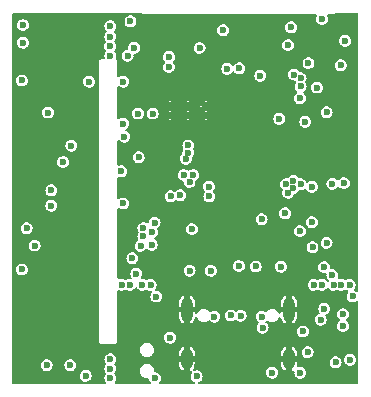
<source format=gbr>
%TF.GenerationSoftware,KiCad,Pcbnew,7.0.5*%
%TF.CreationDate,2023-07-30T18:51:37+03:00*%
%TF.ProjectId,models-heart,6d6f6465-6c73-42d6-9865-6172742e6b69,rev?*%
%TF.SameCoordinates,Original*%
%TF.FileFunction,Copper,L2,Inr*%
%TF.FilePolarity,Positive*%
%FSLAX46Y46*%
G04 Gerber Fmt 4.6, Leading zero omitted, Abs format (unit mm)*
G04 Created by KiCad (PCBNEW 7.0.5) date 2023-07-30 18:51:37*
%MOMM*%
%LPD*%
G01*
G04 APERTURE LIST*
%TA.AperFunction,ComponentPad*%
%ADD10C,0.500000*%
%TD*%
%TA.AperFunction,ComponentPad*%
%ADD11O,1.000000X1.800000*%
%TD*%
%TA.AperFunction,ComponentPad*%
%ADD12O,1.000000X2.100000*%
%TD*%
%TA.AperFunction,ViaPad*%
%ADD13C,0.600000*%
%TD*%
G04 APERTURE END LIST*
D10*
%TO.N,GND*%
%TO.C,U6*%
X74775000Y-36687500D03*
X76275000Y-36687500D03*
X77775000Y-36687500D03*
X74775000Y-35187500D03*
X76275000Y-35187500D03*
X77775000Y-35187500D03*
%TD*%
D11*
%TO.N,GND*%
%TO.C,P1*%
X84820000Y-56575000D03*
D12*
X84820000Y-52395000D03*
D11*
X76180000Y-56575000D03*
D12*
X76180000Y-52395000D03*
%TD*%
D13*
%TO.N,+5V*%
X62600000Y-45500000D03*
X73469286Y-58200964D03*
X89399500Y-53788443D03*
X87804424Y-52331637D03*
X74750000Y-54775500D03*
X67600000Y-58000000D03*
X77000000Y-58049503D03*
X62200000Y-49000000D03*
X63280000Y-46980000D03*
X87500000Y-53250000D03*
X82581739Y-53929561D03*
X69701792Y-58200470D03*
%TO.N,GND*%
X75500000Y-48750000D03*
X86843484Y-56665226D03*
X74049503Y-50300000D03*
X67500000Y-29000000D03*
X80000000Y-49500000D03*
X74250000Y-51750000D03*
X79200000Y-45600000D03*
X62000000Y-54500000D03*
X81500000Y-37500000D03*
X71935108Y-57352888D03*
X75449503Y-50300000D03*
X84000000Y-50300000D03*
X66000000Y-29000000D03*
X66000000Y-34000000D03*
X62000000Y-56000000D03*
X62000000Y-31000000D03*
X62300000Y-57200000D03*
X67500000Y-55000000D03*
X83750000Y-39250000D03*
X83589859Y-46104315D03*
X66300000Y-47000000D03*
X71450000Y-52550000D03*
X76000000Y-28500000D03*
X90000000Y-47000000D03*
X66500000Y-51000000D03*
X81750000Y-35250000D03*
X80400000Y-50300000D03*
X75000000Y-48250000D03*
X78300000Y-50300000D03*
X80000000Y-54500000D03*
X69700000Y-55800000D03*
X76100000Y-50300000D03*
X87750000Y-39700498D03*
X74100500Y-46163000D03*
X81800000Y-50300000D03*
X85400000Y-50300000D03*
X63000000Y-50500000D03*
X90200000Y-28325500D03*
X63500000Y-55000000D03*
X70700000Y-41500000D03*
X66000000Y-53500000D03*
X74500000Y-48000000D03*
X67000000Y-49000000D03*
X82500000Y-50300000D03*
X81400000Y-57570550D03*
X66000000Y-30500000D03*
X77704973Y-45619892D03*
X81750000Y-30500000D03*
X77250000Y-50750000D03*
X63000000Y-32000000D03*
X79262767Y-57485765D03*
X76800000Y-50300000D03*
X78300000Y-45500000D03*
X78499502Y-44974689D03*
X71000000Y-35000000D03*
X65000000Y-52500000D03*
X77000000Y-57250000D03*
X84700000Y-50300000D03*
X81100000Y-50300000D03*
X75187000Y-58000000D03*
X71250000Y-53750000D03*
X81750000Y-29250000D03*
X79700000Y-50300000D03*
X77650694Y-50289261D03*
X89400000Y-45500000D03*
X80750000Y-54500000D03*
X75750000Y-27799500D03*
X71500000Y-54955498D03*
X78500498Y-44300000D03*
X65500000Y-50000000D03*
X83200000Y-50300000D03*
X74750000Y-50300000D03*
X62000000Y-51000000D03*
X63500000Y-52000000D03*
X81500000Y-54500000D03*
X65400000Y-49000000D03*
X79000000Y-50300000D03*
X71629663Y-43427665D03*
X62000000Y-53000000D03*
X72141151Y-56739279D03*
X86100497Y-50300000D03*
X69700000Y-27600497D03*
X63500000Y-53500000D03*
X89411956Y-37695645D03*
X87250000Y-55750000D03*
X83500000Y-28000000D03*
X90000000Y-33274500D03*
X67500000Y-45500000D03*
%TO.N,BAT +*%
X89949503Y-50300000D03*
X88500000Y-49500000D03*
X81998159Y-48749501D03*
X88600000Y-50300000D03*
X89250000Y-50300000D03*
X83400000Y-57734500D03*
X90000000Y-56649500D03*
X88000000Y-46750000D03*
X90200000Y-51275500D03*
%TO.N,+PWR (5V0 {slash} 3V3)*%
X82499502Y-44750000D03*
X86750000Y-45000000D03*
X84499502Y-44250000D03*
X70799209Y-43410296D03*
X71551089Y-48051089D03*
X86812476Y-47117762D03*
%TO.N,+3V3*%
X88500000Y-41750000D03*
X85800000Y-33500000D03*
X85250000Y-32500000D03*
X84750000Y-30000000D03*
X89471147Y-41684587D03*
X85800000Y-32800000D03*
X85000000Y-28500000D03*
X88000000Y-35699502D03*
X84000000Y-36250000D03*
X70862500Y-37763000D03*
X70794369Y-36660000D03*
X86750000Y-42000000D03*
X89573384Y-29646767D03*
%TO.N,ESP GPIO 0*%
X69700000Y-30900000D03*
X76400000Y-49100000D03*
X72049500Y-35800000D03*
X73275498Y-35800000D03*
X74793496Y-42792996D03*
X67900000Y-33100000D03*
X70800000Y-33100000D03*
%TO.N,ESP RST*%
X69676089Y-30100000D03*
X71150498Y-30900000D03*
X87600000Y-27800000D03*
%TO.N,Net-(D1-K)*%
X85788000Y-57750500D03*
%TO.N,Net-(D1-A)*%
X88761111Y-56865312D03*
%TO.N,Net-(D2-K)*%
X86400000Y-56000000D03*
%TO.N,Net-(D2-A)*%
X89392451Y-52784903D03*
%TO.N,+5V0 USB*%
X72400000Y-50300000D03*
X78500000Y-53000000D03*
X73592655Y-51294915D03*
X72250500Y-47000498D03*
X82500000Y-53000000D03*
X73100000Y-50300000D03*
X71900000Y-49350000D03*
X86000000Y-54250000D03*
%TO.N,/USB D+*%
X69687531Y-57401095D03*
X66300000Y-57100000D03*
X65700000Y-39900000D03*
X80719811Y-52916898D03*
%TO.N,/USB D-*%
X64300000Y-57100000D03*
X69704112Y-56601765D03*
X79900000Y-52894502D03*
X66400000Y-38520000D03*
%TO.N,RTS*%
X64424500Y-35718500D03*
X62200000Y-33000000D03*
%TO.N,ESP RxD*%
X69692168Y-29283730D03*
X71712041Y-30240566D03*
%TO.N,Net-(U3-TXD)*%
X62300000Y-29800000D03*
X64700000Y-43600000D03*
%TO.N,ESP TxD*%
X69700000Y-28400000D03*
X71400000Y-28000000D03*
%TO.N,Net-(U3-RXD)*%
X64700500Y-42300000D03*
X62300000Y-28300000D03*
%TO.N,Net-(U5-EN)*%
X87200000Y-33600000D03*
%TO.N,HEAD_LIGHT_PIN*%
X78200000Y-49099500D03*
X72100000Y-39500000D03*
X75615158Y-42715159D03*
%TO.N,ESP ADC*%
X89200000Y-31700000D03*
%TO.N,BAT -*%
X87800000Y-48800000D03*
X85750000Y-45750000D03*
X86900000Y-50300000D03*
X76606277Y-45581312D03*
X87600000Y-50300000D03*
%TO.N,MOTOR_A*%
X80625000Y-31975000D03*
X74649502Y-30999500D03*
%TO.N,MOTOR_B*%
X79605790Y-32015344D03*
X74649655Y-31847169D03*
%TO.N,RIGHT_TURN_LIGHT_PIN*%
X78038847Y-41987821D03*
X80584465Y-48704902D03*
%TO.N,LEFT_TURN_LIGHT_PIN*%
X78069178Y-42805312D03*
X84129151Y-48759463D03*
%TO.N,MOT A*%
X75900000Y-41000000D03*
X76700000Y-41000000D03*
X76400000Y-41600000D03*
X73437598Y-45035763D03*
X73225983Y-45833807D03*
%TO.N,MOT B*%
X72499500Y-45500000D03*
X76300000Y-39100000D03*
X76300000Y-38500000D03*
X76084659Y-39625500D03*
X72499500Y-46186050D03*
%TO.N,+PWR*%
X86200000Y-36500000D03*
X85200000Y-41500000D03*
X85750000Y-34500000D03*
X85200000Y-42100000D03*
X79250000Y-28750000D03*
X86470750Y-31525071D03*
X84574346Y-41787173D03*
X84750000Y-42500000D03*
X85800000Y-41800000D03*
X77250000Y-30250000D03*
%TO.N,+PWR SENSE*%
X82400000Y-32600000D03*
%TO.N,+PWR HOLD*%
X70600000Y-40700000D03*
%TO.N,BTN+*%
X70650000Y-50300000D03*
X71350000Y-50300000D03*
X73200000Y-46900000D03*
%TD*%
%TA.AperFunction,Conductor*%
%TO.N,GND*%
G36*
X72339191Y-27319407D02*
G01*
X72375155Y-27368907D01*
X72380000Y-27399499D01*
X72380000Y-27400000D01*
X87078405Y-27400000D01*
X87136596Y-27418907D01*
X87172560Y-27468407D01*
X87172560Y-27529593D01*
X87168458Y-27540127D01*
X87114834Y-27657543D01*
X87094353Y-27799997D01*
X87094353Y-27800002D01*
X87114834Y-27942456D01*
X87153275Y-28026628D01*
X87174623Y-28073373D01*
X87247556Y-28157543D01*
X87268873Y-28182144D01*
X87386197Y-28257543D01*
X87389947Y-28259953D01*
X87492436Y-28290046D01*
X87528035Y-28300499D01*
X87528036Y-28300499D01*
X87528039Y-28300500D01*
X87528041Y-28300500D01*
X87671959Y-28300500D01*
X87671961Y-28300500D01*
X87810053Y-28259953D01*
X87931128Y-28182143D01*
X88025377Y-28073373D01*
X88085165Y-27942457D01*
X88105647Y-27800000D01*
X88105575Y-27799500D01*
X88085165Y-27657543D01*
X88031542Y-27540127D01*
X88024567Y-27479340D01*
X88054653Y-27426063D01*
X88110309Y-27400645D01*
X88121595Y-27400000D01*
X88619999Y-27400000D01*
X88620000Y-27400000D01*
X88620000Y-27399500D01*
X88638907Y-27341309D01*
X88688407Y-27305345D01*
X88719000Y-27300500D01*
X90600500Y-27300500D01*
X90658691Y-27319407D01*
X90694655Y-27368907D01*
X90699500Y-27399500D01*
X90699500Y-50822472D01*
X90680593Y-50880663D01*
X90631093Y-50916627D01*
X90569907Y-50916627D01*
X90535671Y-50897293D01*
X90531127Y-50893356D01*
X90410057Y-50815549D01*
X90410054Y-50815548D01*
X90410053Y-50815547D01*
X90382081Y-50807333D01*
X90362537Y-50801595D01*
X90312030Y-50767059D01*
X90291469Y-50709431D01*
X90308708Y-50650725D01*
X90315597Y-50641789D01*
X90374880Y-50573373D01*
X90434668Y-50442457D01*
X90455150Y-50300000D01*
X90434668Y-50157543D01*
X90374880Y-50026627D01*
X90280631Y-49917857D01*
X90280630Y-49917856D01*
X90280629Y-49917855D01*
X90159560Y-49840049D01*
X90159557Y-49840047D01*
X90159556Y-49840047D01*
X90159553Y-49840046D01*
X90021467Y-49799500D01*
X90021464Y-49799500D01*
X89877542Y-49799500D01*
X89877538Y-49799500D01*
X89739452Y-49840046D01*
X89739445Y-49840049D01*
X89653274Y-49895428D01*
X89594099Y-49910983D01*
X89546228Y-49895428D01*
X89460057Y-49840049D01*
X89460054Y-49840047D01*
X89460053Y-49840047D01*
X89460050Y-49840046D01*
X89321964Y-49799500D01*
X89321961Y-49799500D01*
X89178039Y-49799500D01*
X89178037Y-49799500D01*
X89178033Y-49799501D01*
X89080467Y-49828148D01*
X89019307Y-49826400D01*
X88970855Y-49789037D01*
X88953617Y-49730330D01*
X88962524Y-49692032D01*
X88985165Y-49642457D01*
X88997099Y-49559453D01*
X89005647Y-49500002D01*
X89005647Y-49499997D01*
X88985165Y-49357543D01*
X88959114Y-49300500D01*
X88925377Y-49226627D01*
X88831128Y-49117857D01*
X88831127Y-49117856D01*
X88831126Y-49117855D01*
X88710057Y-49040049D01*
X88710054Y-49040047D01*
X88710053Y-49040047D01*
X88710050Y-49040046D01*
X88571964Y-48999500D01*
X88571961Y-48999500D01*
X88428039Y-48999500D01*
X88428038Y-48999500D01*
X88428030Y-48999501D01*
X88418106Y-49002415D01*
X88356946Y-49000665D01*
X88308495Y-48963299D01*
X88291261Y-48904591D01*
X88292228Y-48893335D01*
X88298838Y-48847358D01*
X88305647Y-48800000D01*
X88299818Y-48759460D01*
X88285165Y-48657543D01*
X88266652Y-48617006D01*
X88225377Y-48526627D01*
X88131128Y-48417857D01*
X88131127Y-48417856D01*
X88131126Y-48417855D01*
X88010057Y-48340049D01*
X88010054Y-48340047D01*
X88010053Y-48340047D01*
X88010050Y-48340046D01*
X87871964Y-48299500D01*
X87871961Y-48299500D01*
X87728039Y-48299500D01*
X87728035Y-48299500D01*
X87589949Y-48340046D01*
X87589942Y-48340049D01*
X87468873Y-48417855D01*
X87374622Y-48526628D01*
X87314834Y-48657543D01*
X87294353Y-48799997D01*
X87294353Y-48800002D01*
X87314834Y-48942456D01*
X87356109Y-49032834D01*
X87374623Y-49073373D01*
X87453892Y-49164855D01*
X87468873Y-49182144D01*
X87574461Y-49250001D01*
X87589947Y-49259953D01*
X87696403Y-49291211D01*
X87728035Y-49300499D01*
X87728036Y-49300499D01*
X87728039Y-49300500D01*
X87728041Y-49300500D01*
X87871959Y-49300500D01*
X87871961Y-49300500D01*
X87879085Y-49298407D01*
X87881886Y-49297586D01*
X87943046Y-49299332D01*
X87991500Y-49336694D01*
X88008739Y-49395401D01*
X88007772Y-49406663D01*
X88000111Y-49459950D01*
X87994354Y-49499997D01*
X87994353Y-49500002D01*
X88014834Y-49642456D01*
X88063804Y-49749683D01*
X88074623Y-49773373D01*
X88168872Y-49882143D01*
X88173509Y-49887494D01*
X88172573Y-49888304D01*
X88200440Y-49934512D01*
X88195205Y-49995473D01*
X88178830Y-50021771D01*
X88174817Y-50026402D01*
X88122421Y-50057997D01*
X88061460Y-50052759D01*
X88025181Y-50026400D01*
X87931129Y-49917858D01*
X87931127Y-49917856D01*
X87810057Y-49840049D01*
X87810054Y-49840047D01*
X87810053Y-49840047D01*
X87810050Y-49840046D01*
X87671964Y-49799500D01*
X87671961Y-49799500D01*
X87528039Y-49799500D01*
X87528035Y-49799500D01*
X87389949Y-49840046D01*
X87389947Y-49840047D01*
X87303523Y-49895588D01*
X87244347Y-49911141D01*
X87196477Y-49895588D01*
X87147018Y-49863803D01*
X87110053Y-49840047D01*
X87110050Y-49840046D01*
X86971964Y-49799500D01*
X86971961Y-49799500D01*
X86828039Y-49799500D01*
X86828035Y-49799500D01*
X86689949Y-49840046D01*
X86689942Y-49840049D01*
X86568873Y-49917855D01*
X86474622Y-50026628D01*
X86414834Y-50157543D01*
X86394353Y-50299997D01*
X86394353Y-50300002D01*
X86414834Y-50442456D01*
X86474622Y-50573370D01*
X86474623Y-50573373D01*
X86568872Y-50682143D01*
X86568873Y-50682144D01*
X86689729Y-50759813D01*
X86689947Y-50759953D01*
X86796403Y-50791211D01*
X86828035Y-50800499D01*
X86828036Y-50800499D01*
X86828039Y-50800500D01*
X86828041Y-50800500D01*
X86971959Y-50800500D01*
X86971961Y-50800500D01*
X87110053Y-50759953D01*
X87195682Y-50704923D01*
X87196477Y-50704412D01*
X87255652Y-50688857D01*
X87303523Y-50704412D01*
X87384046Y-50756161D01*
X87389947Y-50759953D01*
X87496403Y-50791211D01*
X87528035Y-50800499D01*
X87528036Y-50800499D01*
X87528039Y-50800500D01*
X87528041Y-50800500D01*
X87671959Y-50800500D01*
X87671961Y-50800500D01*
X87810053Y-50759953D01*
X87931128Y-50682143D01*
X88025182Y-50573597D01*
X88077576Y-50542003D01*
X88138537Y-50547238D01*
X88174816Y-50573596D01*
X88268872Y-50682143D01*
X88268873Y-50682144D01*
X88389729Y-50759813D01*
X88389947Y-50759953D01*
X88496403Y-50791211D01*
X88528035Y-50800499D01*
X88528036Y-50800499D01*
X88528039Y-50800500D01*
X88528041Y-50800500D01*
X88671959Y-50800500D01*
X88671961Y-50800500D01*
X88810053Y-50759953D01*
X88871478Y-50720477D01*
X88930651Y-50704923D01*
X88978521Y-50720477D01*
X89039947Y-50759953D01*
X89146403Y-50791211D01*
X89178035Y-50800499D01*
X89178036Y-50800499D01*
X89178039Y-50800500D01*
X89178041Y-50800500D01*
X89321959Y-50800500D01*
X89321961Y-50800500D01*
X89460053Y-50759953D01*
X89546230Y-50704569D01*
X89605402Y-50689016D01*
X89653272Y-50704570D01*
X89739450Y-50759953D01*
X89786964Y-50773904D01*
X89837471Y-50808440D01*
X89858033Y-50866067D01*
X89840795Y-50924774D01*
X89833893Y-50933724D01*
X89774623Y-51002126D01*
X89714834Y-51133043D01*
X89694353Y-51275497D01*
X89694353Y-51275502D01*
X89714834Y-51417956D01*
X89760208Y-51517309D01*
X89774623Y-51548873D01*
X89844824Y-51629890D01*
X89868873Y-51657644D01*
X89979170Y-51728527D01*
X89989947Y-51735453D01*
X90096403Y-51766711D01*
X90128035Y-51775999D01*
X90128036Y-51775999D01*
X90128039Y-51776000D01*
X90128041Y-51776000D01*
X90271959Y-51776000D01*
X90271961Y-51776000D01*
X90410053Y-51735453D01*
X90531128Y-51657643D01*
X90531133Y-51657637D01*
X90535666Y-51653710D01*
X90592025Y-51629890D01*
X90651621Y-51643747D01*
X90691690Y-51689986D01*
X90699500Y-51728527D01*
X90699500Y-56613575D01*
X90689402Y-56644651D01*
X90699500Y-56685424D01*
X90699500Y-58600500D01*
X90680593Y-58658691D01*
X90631093Y-58694655D01*
X90600500Y-58699500D01*
X77249010Y-58699500D01*
X77190819Y-58680593D01*
X77154855Y-58631093D01*
X77154855Y-58569907D01*
X77190819Y-58520407D01*
X77207884Y-58510446D01*
X77210045Y-58509458D01*
X77210053Y-58509456D01*
X77331128Y-58431646D01*
X77425377Y-58322876D01*
X77485165Y-58191960D01*
X77495994Y-58116643D01*
X77505647Y-58049505D01*
X77505647Y-58049500D01*
X77485165Y-57907046D01*
X77471423Y-57876956D01*
X77425377Y-57776130D01*
X77389306Y-57734502D01*
X82894353Y-57734502D01*
X82914834Y-57876956D01*
X82926655Y-57902839D01*
X82974623Y-58007873D01*
X83068872Y-58116643D01*
X83068873Y-58116644D01*
X83189942Y-58194450D01*
X83189947Y-58194453D01*
X83296403Y-58225711D01*
X83328035Y-58234999D01*
X83328036Y-58234999D01*
X83328039Y-58235000D01*
X83328041Y-58235000D01*
X83471959Y-58235000D01*
X83471961Y-58235000D01*
X83610053Y-58194453D01*
X83731128Y-58116643D01*
X83825377Y-58007873D01*
X83885165Y-57876957D01*
X83898640Y-57783238D01*
X83905647Y-57734502D01*
X83905647Y-57734497D01*
X83885165Y-57592043D01*
X83868393Y-57555318D01*
X83825377Y-57461127D01*
X83731128Y-57352357D01*
X83731127Y-57352356D01*
X83731126Y-57352355D01*
X83610057Y-57274549D01*
X83610054Y-57274547D01*
X83610053Y-57274547D01*
X83610050Y-57274546D01*
X83471964Y-57234000D01*
X83471961Y-57234000D01*
X83328039Y-57234000D01*
X83328035Y-57234000D01*
X83189949Y-57274546D01*
X83189942Y-57274549D01*
X83068873Y-57352355D01*
X82974622Y-57461128D01*
X82914834Y-57592043D01*
X82894353Y-57734497D01*
X82894353Y-57734502D01*
X77389306Y-57734502D01*
X77331128Y-57667360D01*
X77331127Y-57667359D01*
X77331126Y-57667358D01*
X77210057Y-57589552D01*
X77210054Y-57589550D01*
X77210053Y-57589550D01*
X77210050Y-57589549D01*
X77071964Y-57549003D01*
X77071961Y-57549003D01*
X76928039Y-57549003D01*
X76928037Y-57549003D01*
X76928033Y-57549004D01*
X76827790Y-57578437D01*
X76766630Y-57576689D01*
X76718178Y-57539326D01*
X76700940Y-57480619D01*
X76718425Y-57427208D01*
X76804370Y-57302694D01*
X76804373Y-57302690D01*
X76864648Y-57143758D01*
X76864651Y-57143748D01*
X76879999Y-57017351D01*
X84120000Y-57017351D01*
X84135348Y-57143748D01*
X84135351Y-57143758D01*
X84195626Y-57302690D01*
X84195628Y-57302693D01*
X84292194Y-57442594D01*
X84292199Y-57442600D01*
X84419431Y-57555318D01*
X84569954Y-57634318D01*
X84569957Y-57634319D01*
X84569999Y-57634329D01*
X84570000Y-57634328D01*
X84570000Y-57141110D01*
X84594457Y-57180610D01*
X84683962Y-57248201D01*
X84791840Y-57278895D01*
X84903521Y-57268546D01*
X85003922Y-57218552D01*
X85070000Y-57146069D01*
X85070000Y-57634329D01*
X85070042Y-57634319D01*
X85070045Y-57634318D01*
X85146173Y-57594364D01*
X85206485Y-57584063D01*
X85261333Y-57611180D01*
X85289767Y-57665357D01*
X85290172Y-57696113D01*
X85282353Y-57750494D01*
X85282353Y-57750502D01*
X85302834Y-57892956D01*
X85309269Y-57907046D01*
X85362623Y-58023873D01*
X85443008Y-58116643D01*
X85456873Y-58132644D01*
X85563185Y-58200966D01*
X85577947Y-58210453D01*
X85684403Y-58241711D01*
X85716035Y-58250999D01*
X85716036Y-58250999D01*
X85716039Y-58251000D01*
X85716041Y-58251000D01*
X85859959Y-58251000D01*
X85859961Y-58251000D01*
X85998053Y-58210453D01*
X86119128Y-58132643D01*
X86213377Y-58023873D01*
X86273165Y-57892957D01*
X86286453Y-57800539D01*
X86293647Y-57750502D01*
X86293647Y-57750494D01*
X86273165Y-57608043D01*
X86264719Y-57589549D01*
X86213377Y-57477127D01*
X86119128Y-57368357D01*
X86119127Y-57368356D01*
X86119126Y-57368355D01*
X85998057Y-57290549D01*
X85998054Y-57290547D01*
X85998053Y-57290547D01*
X85998050Y-57290546D01*
X85859964Y-57250000D01*
X85859961Y-57250000D01*
X85716039Y-57250000D01*
X85716035Y-57250000D01*
X85623891Y-57277056D01*
X85562730Y-57275308D01*
X85514278Y-57237945D01*
X85497040Y-57179238D01*
X85503435Y-57146955D01*
X85504651Y-57143748D01*
X85519999Y-57017351D01*
X85520000Y-57017334D01*
X85520000Y-56865314D01*
X88255464Y-56865314D01*
X88275945Y-57007768D01*
X88322384Y-57109453D01*
X88335734Y-57138685D01*
X88425652Y-57242457D01*
X88429984Y-57247456D01*
X88551053Y-57325262D01*
X88551058Y-57325265D01*
X88643319Y-57352355D01*
X88689146Y-57365811D01*
X88689147Y-57365811D01*
X88689150Y-57365812D01*
X88689152Y-57365812D01*
X88833070Y-57365812D01*
X88833072Y-57365812D01*
X88971164Y-57325265D01*
X89092239Y-57247455D01*
X89186488Y-57138685D01*
X89246276Y-57007769D01*
X89258482Y-56922871D01*
X89266758Y-56865314D01*
X89266758Y-56865309D01*
X89246276Y-56722855D01*
X89222747Y-56671335D01*
X89212776Y-56649502D01*
X89494353Y-56649502D01*
X89514834Y-56791956D01*
X89548334Y-56865309D01*
X89574623Y-56922873D01*
X89668384Y-57031080D01*
X89668873Y-57031644D01*
X89775241Y-57100002D01*
X89789947Y-57109453D01*
X89889503Y-57138685D01*
X89928035Y-57149999D01*
X89928036Y-57149999D01*
X89928039Y-57150000D01*
X89928041Y-57150000D01*
X90071959Y-57150000D01*
X90071961Y-57150000D01*
X90210053Y-57109453D01*
X90331128Y-57031643D01*
X90425377Y-56922873D01*
X90485165Y-56791957D01*
X90502508Y-56671335D01*
X90512217Y-56651587D01*
X90502508Y-56627664D01*
X90485165Y-56507043D01*
X90429448Y-56385042D01*
X90425377Y-56376127D01*
X90331128Y-56267357D01*
X90331127Y-56267356D01*
X90331126Y-56267355D01*
X90210057Y-56189549D01*
X90210054Y-56189547D01*
X90210053Y-56189547D01*
X90210050Y-56189546D01*
X90071964Y-56149000D01*
X90071961Y-56149000D01*
X89928039Y-56149000D01*
X89928035Y-56149000D01*
X89789949Y-56189546D01*
X89789942Y-56189549D01*
X89668873Y-56267355D01*
X89574622Y-56376128D01*
X89514834Y-56507043D01*
X89494353Y-56649497D01*
X89494353Y-56649502D01*
X89212776Y-56649502D01*
X89186488Y-56591939D01*
X89092239Y-56483169D01*
X89092238Y-56483168D01*
X89092237Y-56483167D01*
X88971168Y-56405361D01*
X88971165Y-56405359D01*
X88971164Y-56405359D01*
X88954616Y-56400500D01*
X88833075Y-56364812D01*
X88833072Y-56364812D01*
X88689150Y-56364812D01*
X88689146Y-56364812D01*
X88551060Y-56405358D01*
X88551053Y-56405361D01*
X88429984Y-56483167D01*
X88335733Y-56591940D01*
X88275945Y-56722855D01*
X88255464Y-56865309D01*
X88255464Y-56865314D01*
X85520000Y-56865314D01*
X85520000Y-56825001D01*
X85519999Y-56825000D01*
X85120000Y-56825000D01*
X85120000Y-56325000D01*
X85519999Y-56325000D01*
X85520000Y-56324998D01*
X85520000Y-56132665D01*
X85519999Y-56132648D01*
X85504651Y-56006251D01*
X85504648Y-56006241D01*
X85502282Y-56000002D01*
X85894353Y-56000002D01*
X85914834Y-56142456D01*
X85974622Y-56273371D01*
X85974623Y-56273373D01*
X86018956Y-56324536D01*
X86068873Y-56382144D01*
X86105000Y-56405361D01*
X86189947Y-56459953D01*
X86296403Y-56491211D01*
X86328035Y-56500499D01*
X86328036Y-56500499D01*
X86328039Y-56500500D01*
X86328041Y-56500500D01*
X86471959Y-56500500D01*
X86471961Y-56500500D01*
X86610053Y-56459953D01*
X86731128Y-56382143D01*
X86825377Y-56273373D01*
X86885165Y-56142457D01*
X86891992Y-56094971D01*
X86905647Y-56000002D01*
X86905647Y-55999997D01*
X86885165Y-55857543D01*
X86880490Y-55847306D01*
X86825377Y-55726627D01*
X86731128Y-55617857D01*
X86731127Y-55617856D01*
X86731126Y-55617855D01*
X86610057Y-55540049D01*
X86610054Y-55540047D01*
X86610053Y-55540047D01*
X86610050Y-55540046D01*
X86471964Y-55499500D01*
X86471961Y-55499500D01*
X86328039Y-55499500D01*
X86328035Y-55499500D01*
X86189949Y-55540046D01*
X86189942Y-55540049D01*
X86068873Y-55617855D01*
X85974622Y-55726628D01*
X85914834Y-55857543D01*
X85894353Y-55999997D01*
X85894353Y-56000002D01*
X85502282Y-56000002D01*
X85444373Y-55847309D01*
X85444371Y-55847306D01*
X85347805Y-55707405D01*
X85347800Y-55707399D01*
X85220568Y-55594681D01*
X85070053Y-55515685D01*
X85070042Y-55515681D01*
X85070000Y-55515670D01*
X85070000Y-56008889D01*
X85045543Y-55969390D01*
X84956038Y-55901799D01*
X84848160Y-55871105D01*
X84736479Y-55881454D01*
X84636078Y-55931448D01*
X84570000Y-56003930D01*
X84570000Y-55515670D01*
X84569957Y-55515681D01*
X84569946Y-55515685D01*
X84419431Y-55594681D01*
X84419430Y-55594681D01*
X84292199Y-55707399D01*
X84292194Y-55707405D01*
X84195628Y-55847306D01*
X84195626Y-55847309D01*
X84135351Y-56006241D01*
X84135348Y-56006251D01*
X84120000Y-56132648D01*
X84120000Y-56324999D01*
X84120001Y-56325000D01*
X84520000Y-56325000D01*
X84520000Y-56825000D01*
X84120001Y-56825000D01*
X84120000Y-56825001D01*
X84120000Y-57017351D01*
X76879999Y-57017351D01*
X76880000Y-57017334D01*
X76880000Y-56825001D01*
X76879999Y-56825000D01*
X76480000Y-56825000D01*
X76480000Y-56325000D01*
X76879999Y-56325000D01*
X76880000Y-56324998D01*
X76880000Y-56132665D01*
X76879999Y-56132648D01*
X76864651Y-56006251D01*
X76864648Y-56006241D01*
X76804373Y-55847309D01*
X76804371Y-55847306D01*
X76707805Y-55707405D01*
X76707800Y-55707399D01*
X76580568Y-55594681D01*
X76430053Y-55515685D01*
X76430042Y-55515681D01*
X76430000Y-55515670D01*
X76430000Y-56008889D01*
X76405543Y-55969390D01*
X76316038Y-55901799D01*
X76208160Y-55871105D01*
X76096479Y-55881454D01*
X75996078Y-55931448D01*
X75930000Y-56003930D01*
X75930000Y-55515670D01*
X75929957Y-55515681D01*
X75929946Y-55515685D01*
X75779431Y-55594681D01*
X75779430Y-55594681D01*
X75652199Y-55707399D01*
X75652194Y-55707405D01*
X75555628Y-55847306D01*
X75555626Y-55847309D01*
X75495351Y-56006241D01*
X75495348Y-56006251D01*
X75480000Y-56132648D01*
X75480000Y-56324998D01*
X75480001Y-56325000D01*
X75880000Y-56325000D01*
X75880000Y-56825000D01*
X75480001Y-56825000D01*
X75480000Y-56825001D01*
X75480000Y-57017351D01*
X75495348Y-57143748D01*
X75495351Y-57143758D01*
X75555626Y-57302690D01*
X75555628Y-57302693D01*
X75652194Y-57442594D01*
X75652199Y-57442600D01*
X75779431Y-57555318D01*
X75929954Y-57634318D01*
X75929957Y-57634319D01*
X75929999Y-57634329D01*
X75930000Y-57634328D01*
X75930000Y-57141110D01*
X75954457Y-57180610D01*
X76043962Y-57248201D01*
X76151840Y-57278895D01*
X76263521Y-57268546D01*
X76363922Y-57218552D01*
X76429999Y-57146069D01*
X76430000Y-57634329D01*
X76430041Y-57634319D01*
X76456634Y-57620363D01*
X76516946Y-57610062D01*
X76571795Y-57637179D01*
X76600229Y-57691356D01*
X76591388Y-57751899D01*
X76577463Y-57772853D01*
X76574622Y-57776131D01*
X76514834Y-57907046D01*
X76494353Y-58049500D01*
X76494353Y-58049505D01*
X76514834Y-58191959D01*
X76552015Y-58273373D01*
X76574623Y-58322876D01*
X76625978Y-58382143D01*
X76668873Y-58431647D01*
X76776011Y-58500500D01*
X76789947Y-58509456D01*
X76789951Y-58509457D01*
X76792116Y-58510446D01*
X76793585Y-58511794D01*
X76795903Y-58513284D01*
X76795645Y-58513685D01*
X76837194Y-58551818D01*
X76849345Y-58611785D01*
X76823928Y-58667441D01*
X76770651Y-58697528D01*
X76750990Y-58699500D01*
X73916338Y-58699500D01*
X73858147Y-58680593D01*
X73822183Y-58631093D01*
X73822183Y-58569907D01*
X73841519Y-58535669D01*
X73860915Y-58513284D01*
X73894663Y-58474337D01*
X73954451Y-58343421D01*
X73967739Y-58250999D01*
X73974933Y-58200966D01*
X73974933Y-58200961D01*
X73954451Y-58058507D01*
X73940649Y-58028286D01*
X73894663Y-57927591D01*
X73800414Y-57818821D01*
X73800413Y-57818820D01*
X73800412Y-57818819D01*
X73679343Y-57741013D01*
X73679340Y-57741011D01*
X73679339Y-57741011D01*
X73679336Y-57741010D01*
X73541250Y-57700464D01*
X73541247Y-57700464D01*
X73504682Y-57700464D01*
X73446491Y-57681557D01*
X73410527Y-57632057D01*
X73405682Y-57601464D01*
X73405682Y-57599999D01*
X73398968Y-57549003D01*
X73385044Y-57443238D01*
X73354027Y-57368357D01*
X73324537Y-57297161D01*
X73324537Y-57297160D01*
X73228286Y-57171723D01*
X73228285Y-57171722D01*
X73228282Y-57171718D01*
X73228277Y-57171714D01*
X73228276Y-57171713D01*
X73147136Y-57109453D01*
X73102841Y-57075464D01*
X73102840Y-57075463D01*
X73102838Y-57075462D01*
X72956766Y-57014957D01*
X72956758Y-57014955D01*
X72839362Y-56999500D01*
X72839361Y-56999500D01*
X72760639Y-56999500D01*
X72760637Y-56999500D01*
X72643241Y-57014955D01*
X72643233Y-57014957D01*
X72497161Y-57075462D01*
X72497160Y-57075462D01*
X72371723Y-57171713D01*
X72371713Y-57171723D01*
X72275462Y-57297160D01*
X72275462Y-57297161D01*
X72214957Y-57443233D01*
X72214955Y-57443241D01*
X72194318Y-57599999D01*
X72194318Y-57600000D01*
X72214955Y-57756758D01*
X72214957Y-57756766D01*
X72275462Y-57902838D01*
X72275462Y-57902839D01*
X72371713Y-58028276D01*
X72371718Y-58028282D01*
X72497159Y-58124536D01*
X72497160Y-58124536D01*
X72497161Y-58124537D01*
X72540424Y-58142457D01*
X72643238Y-58185044D01*
X72760639Y-58200500D01*
X72760640Y-58200500D01*
X72839359Y-58200500D01*
X72839361Y-58200500D01*
X72864272Y-58197220D01*
X72924431Y-58208369D01*
X72966549Y-58252751D01*
X72975186Y-58281283D01*
X72984120Y-58343420D01*
X73043909Y-58474337D01*
X73097053Y-58535669D01*
X73120871Y-58592028D01*
X73107012Y-58651623D01*
X73060772Y-58691691D01*
X73022234Y-58699500D01*
X70148416Y-58699500D01*
X70090225Y-58680593D01*
X70054261Y-58631093D01*
X70054261Y-58569907D01*
X70073597Y-58535669D01*
X70092993Y-58513284D01*
X70127169Y-58473843D01*
X70186957Y-58342927D01*
X70200174Y-58250999D01*
X70207439Y-58200472D01*
X70207439Y-58200467D01*
X70186957Y-58058013D01*
X70173376Y-58028276D01*
X70127169Y-57927097D01*
X70066763Y-57857384D01*
X70042945Y-57801025D01*
X70056804Y-57741429D01*
X70066755Y-57727730D01*
X70112908Y-57674468D01*
X70172696Y-57543552D01*
X70184547Y-57461127D01*
X70193178Y-57401097D01*
X70193178Y-57401092D01*
X70172696Y-57258638D01*
X70168751Y-57250000D01*
X70112908Y-57127722D01*
X70097078Y-57109453D01*
X70067942Y-57075827D01*
X70044125Y-57019468D01*
X70057984Y-56959873D01*
X70067943Y-56946166D01*
X70129489Y-56875138D01*
X70189277Y-56744222D01*
X70197731Y-56685424D01*
X70209759Y-56601767D01*
X70209759Y-56601762D01*
X70189277Y-56459308D01*
X70164639Y-56405359D01*
X70129489Y-56328392D01*
X70035240Y-56219622D01*
X70035239Y-56219621D01*
X70035238Y-56219620D01*
X69914169Y-56141814D01*
X69914166Y-56141812D01*
X69914165Y-56141812D01*
X69914162Y-56141811D01*
X69776076Y-56101265D01*
X69776073Y-56101265D01*
X69632151Y-56101265D01*
X69632147Y-56101265D01*
X69494061Y-56141811D01*
X69494054Y-56141814D01*
X69372985Y-56219620D01*
X69278734Y-56328393D01*
X69218946Y-56459308D01*
X69198465Y-56601762D01*
X69198465Y-56601767D01*
X69218946Y-56744221D01*
X69278735Y-56875138D01*
X69323700Y-56927032D01*
X69347517Y-56983391D01*
X69333658Y-57042986D01*
X69323700Y-57056692D01*
X69262154Y-57127721D01*
X69202365Y-57258638D01*
X69181884Y-57401092D01*
X69181884Y-57401097D01*
X69202365Y-57543551D01*
X69262154Y-57674468D01*
X69322559Y-57744180D01*
X69346377Y-57800539D01*
X69332518Y-57860135D01*
X69322560Y-57873841D01*
X69276415Y-57927096D01*
X69216626Y-58058013D01*
X69196145Y-58200467D01*
X69196145Y-58200472D01*
X69216626Y-58342926D01*
X69276415Y-58473843D01*
X69329987Y-58535669D01*
X69353805Y-58592028D01*
X69339946Y-58651623D01*
X69293706Y-58691691D01*
X69255168Y-58699500D01*
X61499500Y-58699500D01*
X61441309Y-58680593D01*
X61405345Y-58631093D01*
X61400500Y-58600500D01*
X61400500Y-58000002D01*
X67094352Y-58000002D01*
X67114834Y-58142456D01*
X67145888Y-58210453D01*
X67174623Y-58273373D01*
X67268872Y-58382143D01*
X67268873Y-58382144D01*
X67389942Y-58459950D01*
X67389947Y-58459953D01*
X67496403Y-58491211D01*
X67528035Y-58500499D01*
X67528036Y-58500499D01*
X67528039Y-58500500D01*
X67528041Y-58500500D01*
X67671959Y-58500500D01*
X67671961Y-58500500D01*
X67810053Y-58459953D01*
X67931128Y-58382143D01*
X68025377Y-58273373D01*
X68085165Y-58142457D01*
X68104515Y-58007873D01*
X68105647Y-58000002D01*
X68105647Y-57999997D01*
X68085165Y-57857543D01*
X68057150Y-57796200D01*
X68025377Y-57726627D01*
X67931128Y-57617857D01*
X67931127Y-57617856D01*
X67931126Y-57617855D01*
X67810057Y-57540049D01*
X67810054Y-57540047D01*
X67810053Y-57540047D01*
X67810050Y-57540046D01*
X67671964Y-57499500D01*
X67671961Y-57499500D01*
X67528039Y-57499500D01*
X67528035Y-57499500D01*
X67389949Y-57540046D01*
X67389942Y-57540049D01*
X67268873Y-57617855D01*
X67174622Y-57726628D01*
X67114834Y-57857543D01*
X67094352Y-57999997D01*
X67094352Y-58000002D01*
X61400500Y-58000002D01*
X61400500Y-57100002D01*
X63794352Y-57100002D01*
X63814834Y-57242456D01*
X63871170Y-57365812D01*
X63874623Y-57373373D01*
X63968872Y-57482143D01*
X63968873Y-57482144D01*
X64089942Y-57559950D01*
X64089947Y-57559953D01*
X64190743Y-57589549D01*
X64228035Y-57600499D01*
X64228036Y-57600499D01*
X64228039Y-57600500D01*
X64228041Y-57600500D01*
X64371959Y-57600500D01*
X64371961Y-57600500D01*
X64510053Y-57559953D01*
X64631128Y-57482143D01*
X64725377Y-57373373D01*
X64785165Y-57242457D01*
X64801661Y-57127722D01*
X64805647Y-57100002D01*
X65794352Y-57100002D01*
X65814834Y-57242456D01*
X65871170Y-57365812D01*
X65874623Y-57373373D01*
X65968872Y-57482143D01*
X65968873Y-57482144D01*
X66089942Y-57559950D01*
X66089947Y-57559953D01*
X66190743Y-57589549D01*
X66228035Y-57600499D01*
X66228036Y-57600499D01*
X66228039Y-57600500D01*
X66228041Y-57600500D01*
X66371959Y-57600500D01*
X66371961Y-57600500D01*
X66510053Y-57559953D01*
X66631128Y-57482143D01*
X66725377Y-57373373D01*
X66785165Y-57242457D01*
X66801661Y-57127722D01*
X66805647Y-57100002D01*
X66805647Y-57099997D01*
X66785165Y-56957543D01*
X66771231Y-56927032D01*
X66725377Y-56826627D01*
X66631128Y-56717857D01*
X66631127Y-56717856D01*
X66631126Y-56717855D01*
X66510057Y-56640049D01*
X66510054Y-56640047D01*
X66510053Y-56640047D01*
X66510050Y-56640046D01*
X66371964Y-56599500D01*
X66371961Y-56599500D01*
X66228039Y-56599500D01*
X66228035Y-56599500D01*
X66089949Y-56640046D01*
X66089942Y-56640049D01*
X65968873Y-56717855D01*
X65874622Y-56826628D01*
X65814834Y-56957543D01*
X65794352Y-57099997D01*
X65794352Y-57100002D01*
X64805647Y-57100002D01*
X64805647Y-57099997D01*
X64785165Y-56957543D01*
X64771231Y-56927032D01*
X64725377Y-56826627D01*
X64631128Y-56717857D01*
X64631127Y-56717856D01*
X64631126Y-56717855D01*
X64510057Y-56640049D01*
X64510054Y-56640047D01*
X64510053Y-56640047D01*
X64510050Y-56640046D01*
X64371964Y-56599500D01*
X64371961Y-56599500D01*
X64228039Y-56599500D01*
X64228035Y-56599500D01*
X64089949Y-56640046D01*
X64089942Y-56640049D01*
X63968873Y-56717855D01*
X63874622Y-56826628D01*
X63814834Y-56957543D01*
X63794352Y-57099997D01*
X63794352Y-57100002D01*
X61400500Y-57100002D01*
X61400500Y-55800000D01*
X72194318Y-55800000D01*
X72214955Y-55956758D01*
X72214957Y-55956766D01*
X72275462Y-56102838D01*
X72275462Y-56102839D01*
X72341997Y-56189549D01*
X72371718Y-56228282D01*
X72497159Y-56324536D01*
X72497160Y-56324536D01*
X72497161Y-56324537D01*
X72621710Y-56376127D01*
X72643238Y-56385044D01*
X72760639Y-56400500D01*
X72760640Y-56400500D01*
X72839360Y-56400500D01*
X72839361Y-56400500D01*
X72956762Y-56385044D01*
X73102841Y-56324536D01*
X73228282Y-56228282D01*
X73324536Y-56102841D01*
X73385044Y-55956762D01*
X73405682Y-55800000D01*
X73385044Y-55643238D01*
X73342301Y-55540047D01*
X73324537Y-55497161D01*
X73324537Y-55497160D01*
X73228286Y-55371723D01*
X73228285Y-55371722D01*
X73228282Y-55371718D01*
X73228277Y-55371714D01*
X73228276Y-55371713D01*
X73157104Y-55317101D01*
X73102841Y-55275464D01*
X73102840Y-55275463D01*
X73102838Y-55275462D01*
X72956766Y-55214957D01*
X72956758Y-55214955D01*
X72839362Y-55199500D01*
X72839361Y-55199500D01*
X72760639Y-55199500D01*
X72760637Y-55199500D01*
X72643241Y-55214955D01*
X72643233Y-55214957D01*
X72497161Y-55275462D01*
X72497160Y-55275462D01*
X72371723Y-55371713D01*
X72371713Y-55371723D01*
X72275462Y-55497160D01*
X72275462Y-55497161D01*
X72214957Y-55643233D01*
X72214955Y-55643241D01*
X72194318Y-55799999D01*
X72194318Y-55800000D01*
X61400500Y-55800000D01*
X61400500Y-54971794D01*
X68695599Y-54971794D01*
X68699289Y-55011615D01*
X68699500Y-55016184D01*
X68699500Y-55027845D01*
X68701641Y-55039305D01*
X68702272Y-55043831D01*
X68705964Y-55083656D01*
X68705965Y-55083661D01*
X68706167Y-55084066D01*
X68714855Y-55109987D01*
X68714937Y-55110428D01*
X68714940Y-55110436D01*
X68735990Y-55144433D01*
X68738213Y-55148424D01*
X68744442Y-55160931D01*
X68756042Y-55184228D01*
X68756369Y-55184526D01*
X68773842Y-55205567D01*
X68774079Y-55205950D01*
X68774081Y-55205952D01*
X68805995Y-55230052D01*
X68809509Y-55232970D01*
X68812233Y-55235453D01*
X68839067Y-55259916D01*
X68839483Y-55260077D01*
X68863377Y-55273385D01*
X68863736Y-55273656D01*
X68902200Y-55284599D01*
X68906518Y-55286046D01*
X68943827Y-55300500D01*
X68944273Y-55300500D01*
X68971364Y-55304279D01*
X68971793Y-55304401D01*
X69011614Y-55300711D01*
X69016184Y-55300500D01*
X69944273Y-55300500D01*
X69971364Y-55304279D01*
X69971793Y-55304401D01*
X70011614Y-55300711D01*
X70016184Y-55300500D01*
X70027844Y-55300500D01*
X70039315Y-55298355D01*
X70043819Y-55297726D01*
X70083660Y-55294035D01*
X70084054Y-55293838D01*
X70110000Y-55285141D01*
X70110433Y-55285061D01*
X70144434Y-55264008D01*
X70148410Y-55261792D01*
X70184228Y-55243958D01*
X70184519Y-55243638D01*
X70205576Y-55226151D01*
X70205952Y-55225919D01*
X70230049Y-55194007D01*
X70232973Y-55190487D01*
X70241963Y-55180624D01*
X70259916Y-55160933D01*
X70260076Y-55160521D01*
X70273395Y-55136609D01*
X70273656Y-55136264D01*
X70284605Y-55097778D01*
X70286043Y-55093487D01*
X70300500Y-55056173D01*
X70300500Y-55055726D01*
X70304279Y-55028635D01*
X70304401Y-55028207D01*
X70300711Y-54988384D01*
X70300500Y-54983815D01*
X70300500Y-54775502D01*
X74244353Y-54775502D01*
X74264834Y-54917956D01*
X74308647Y-55013891D01*
X74324623Y-55048873D01*
X74400347Y-55136264D01*
X74418873Y-55157644D01*
X74533687Y-55231430D01*
X74539947Y-55235453D01*
X74623810Y-55260077D01*
X74678035Y-55275999D01*
X74678036Y-55275999D01*
X74678039Y-55276000D01*
X74678041Y-55276000D01*
X74821959Y-55276000D01*
X74821961Y-55276000D01*
X74960053Y-55235453D01*
X75081128Y-55157643D01*
X75175377Y-55048873D01*
X75235165Y-54917957D01*
X75255647Y-54775500D01*
X75252052Y-54750499D01*
X75235165Y-54633043D01*
X75234754Y-54632143D01*
X75175377Y-54502127D01*
X75081128Y-54393357D01*
X75081127Y-54393356D01*
X75081126Y-54393355D01*
X74960057Y-54315549D01*
X74960054Y-54315547D01*
X74960053Y-54315547D01*
X74960050Y-54315546D01*
X74821964Y-54275000D01*
X74821961Y-54275000D01*
X74678039Y-54275000D01*
X74678035Y-54275000D01*
X74539949Y-54315546D01*
X74539942Y-54315549D01*
X74418873Y-54393355D01*
X74324622Y-54502128D01*
X74264834Y-54633043D01*
X74244353Y-54775497D01*
X74244353Y-54775502D01*
X70300500Y-54775502D01*
X70300500Y-52987351D01*
X75480000Y-52987351D01*
X75495348Y-53113748D01*
X75495351Y-53113758D01*
X75555626Y-53272690D01*
X75555628Y-53272693D01*
X75652194Y-53412594D01*
X75652199Y-53412600D01*
X75779431Y-53525318D01*
X75929954Y-53604318D01*
X75929957Y-53604319D01*
X75929999Y-53604329D01*
X75930000Y-53604328D01*
X75930000Y-53111110D01*
X75954457Y-53150610D01*
X76043962Y-53218201D01*
X76151840Y-53248895D01*
X76263521Y-53238546D01*
X76363922Y-53188552D01*
X76430000Y-53116069D01*
X76430000Y-53604329D01*
X76430042Y-53604319D01*
X76430045Y-53604318D01*
X76580568Y-53525318D01*
X76580569Y-53525318D01*
X76707800Y-53412600D01*
X76707805Y-53412594D01*
X76804371Y-53272693D01*
X76804373Y-53272690D01*
X76864648Y-53113758D01*
X76864649Y-53113755D01*
X76867494Y-53090323D01*
X76893276Y-53034835D01*
X76946750Y-53005098D01*
X77007489Y-53012471D01*
X77052294Y-53054138D01*
X77057237Y-53064367D01*
X77100111Y-53167873D01*
X77107302Y-53185233D01*
X77199549Y-53305451D01*
X77319767Y-53397698D01*
X77459764Y-53455687D01*
X77572280Y-53470500D01*
X77572281Y-53470500D01*
X77647719Y-53470500D01*
X77647720Y-53470500D01*
X77760236Y-53455687D01*
X77900233Y-53397698D01*
X77995682Y-53324456D01*
X78053357Y-53304033D01*
X78112023Y-53321410D01*
X78130767Y-53338167D01*
X78156349Y-53367691D01*
X78168871Y-53382142D01*
X78168872Y-53382143D01*
X78274624Y-53450106D01*
X78289947Y-53459953D01*
X78396403Y-53491211D01*
X78428035Y-53500499D01*
X78428036Y-53500499D01*
X78428039Y-53500500D01*
X78428041Y-53500500D01*
X78571959Y-53500500D01*
X78571961Y-53500500D01*
X78710053Y-53459953D01*
X78831128Y-53382143D01*
X78925377Y-53273373D01*
X78985165Y-53142457D01*
X79004914Y-53005098D01*
X79005647Y-53000002D01*
X79005647Y-52999997D01*
X78990479Y-52894504D01*
X79394353Y-52894504D01*
X79414834Y-53036958D01*
X79449907Y-53113755D01*
X79474623Y-53167875D01*
X79545782Y-53249997D01*
X79568873Y-53276646D01*
X79664605Y-53338169D01*
X79689947Y-53354455D01*
X79784245Y-53382143D01*
X79828035Y-53395001D01*
X79828036Y-53395001D01*
X79828039Y-53395002D01*
X79828041Y-53395002D01*
X79971959Y-53395002D01*
X79971961Y-53395002D01*
X80110053Y-53354455D01*
X80231128Y-53276645D01*
X80231136Y-53276635D01*
X80235210Y-53273107D01*
X80291568Y-53249287D01*
X80351164Y-53263142D01*
X80374861Y-53283090D01*
X80388683Y-53299041D01*
X80474904Y-53354452D01*
X80496318Y-53368214D01*
X80509758Y-53376851D01*
X80610050Y-53406299D01*
X80647846Y-53417397D01*
X80647847Y-53417397D01*
X80647850Y-53417398D01*
X80647852Y-53417398D01*
X80791770Y-53417398D01*
X80791772Y-53417398D01*
X80929864Y-53376851D01*
X81050939Y-53299041D01*
X81145188Y-53190271D01*
X81204976Y-53059355D01*
X81213509Y-53000002D01*
X81994353Y-53000002D01*
X82014834Y-53142456D01*
X82074622Y-53273371D01*
X82074623Y-53273373D01*
X82168872Y-53382143D01*
X82206460Y-53406299D01*
X82217246Y-53413231D01*
X82255977Y-53460597D01*
X82259469Y-53521683D01*
X82238542Y-53561345D01*
X82156362Y-53656187D01*
X82096573Y-53787104D01*
X82076092Y-53929558D01*
X82076092Y-53929563D01*
X82096573Y-54072017D01*
X82141589Y-54170586D01*
X82156362Y-54202934D01*
X82218807Y-54275000D01*
X82250612Y-54311705D01*
X82371681Y-54389511D01*
X82371686Y-54389514D01*
X82478142Y-54420772D01*
X82509774Y-54430060D01*
X82509775Y-54430060D01*
X82509778Y-54430061D01*
X82509780Y-54430061D01*
X82653698Y-54430061D01*
X82653700Y-54430061D01*
X82791792Y-54389514D01*
X82912867Y-54311704D01*
X82966332Y-54250002D01*
X85494353Y-54250002D01*
X85514834Y-54392455D01*
X85514833Y-54392455D01*
X85574622Y-54523371D01*
X85574623Y-54523373D01*
X85668872Y-54632143D01*
X85668873Y-54632144D01*
X85789942Y-54709950D01*
X85789947Y-54709953D01*
X85896403Y-54741211D01*
X85928035Y-54750499D01*
X85928036Y-54750499D01*
X85928039Y-54750500D01*
X85928041Y-54750500D01*
X86071959Y-54750500D01*
X86071961Y-54750500D01*
X86210053Y-54709953D01*
X86331128Y-54632143D01*
X86425377Y-54523373D01*
X86485165Y-54392457D01*
X86485164Y-54392457D01*
X86485166Y-54392455D01*
X86505647Y-54250002D01*
X86505647Y-54249997D01*
X86485165Y-54107543D01*
X86425377Y-53976628D01*
X86425377Y-53976627D01*
X86331128Y-53867857D01*
X86331127Y-53867856D01*
X86331126Y-53867855D01*
X86210057Y-53790049D01*
X86210054Y-53790047D01*
X86210053Y-53790047D01*
X86210050Y-53790046D01*
X86071964Y-53749500D01*
X86071961Y-53749500D01*
X85928039Y-53749500D01*
X85928035Y-53749500D01*
X85789949Y-53790046D01*
X85789942Y-53790049D01*
X85668873Y-53867855D01*
X85574622Y-53976628D01*
X85514834Y-54107543D01*
X85494353Y-54249997D01*
X85494353Y-54250002D01*
X82966332Y-54250002D01*
X83007116Y-54202934D01*
X83066904Y-54072018D01*
X83080619Y-53976627D01*
X83087386Y-53929563D01*
X83087386Y-53929558D01*
X83066904Y-53787104D01*
X83031670Y-53709953D01*
X83007116Y-53656188D01*
X82912867Y-53547418D01*
X82912866Y-53547417D01*
X82912865Y-53547416D01*
X82864492Y-53516329D01*
X82825760Y-53468963D01*
X82822267Y-53407877D01*
X82843193Y-53368218D01*
X82869233Y-53338166D01*
X82921627Y-53306572D01*
X82982588Y-53311808D01*
X83004317Y-53324457D01*
X83099765Y-53397697D01*
X83099766Y-53397698D01*
X83124341Y-53407877D01*
X83239764Y-53455687D01*
X83352280Y-53470500D01*
X83352281Y-53470500D01*
X83427719Y-53470500D01*
X83427720Y-53470500D01*
X83540236Y-53455687D01*
X83680233Y-53397698D01*
X83800451Y-53305451D01*
X83892698Y-53185233D01*
X83942762Y-53064367D01*
X83982498Y-53017842D01*
X84041993Y-53003558D01*
X84098521Y-53026973D01*
X84130491Y-53079142D01*
X84132504Y-53090320D01*
X84135348Y-53113748D01*
X84135351Y-53113758D01*
X84195626Y-53272690D01*
X84195628Y-53272693D01*
X84292194Y-53412594D01*
X84292199Y-53412600D01*
X84419431Y-53525318D01*
X84569954Y-53604318D01*
X84569957Y-53604319D01*
X84569999Y-53604329D01*
X84570000Y-53604328D01*
X84570000Y-53111110D01*
X84594457Y-53150610D01*
X84683962Y-53218201D01*
X84791840Y-53248895D01*
X84903521Y-53238546D01*
X85003922Y-53188552D01*
X85070000Y-53116069D01*
X85070000Y-53604329D01*
X85070042Y-53604319D01*
X85070045Y-53604318D01*
X85220568Y-53525318D01*
X85220569Y-53525318D01*
X85347800Y-53412600D01*
X85347805Y-53412594D01*
X85444371Y-53272693D01*
X85444373Y-53272690D01*
X85452977Y-53250002D01*
X86994353Y-53250002D01*
X87014834Y-53392456D01*
X87071406Y-53516329D01*
X87074623Y-53523373D01*
X87168872Y-53632143D01*
X87168873Y-53632144D01*
X87206288Y-53656189D01*
X87289947Y-53709953D01*
X87396403Y-53741211D01*
X87428035Y-53750499D01*
X87428036Y-53750499D01*
X87428039Y-53750500D01*
X87428041Y-53750500D01*
X87571959Y-53750500D01*
X87571961Y-53750500D01*
X87710053Y-53709953D01*
X87831128Y-53632143D01*
X87925377Y-53523373D01*
X87985165Y-53392457D01*
X87992970Y-53338169D01*
X88005647Y-53250002D01*
X88005647Y-53249997D01*
X87985165Y-53107543D01*
X87977299Y-53090320D01*
X87925377Y-52976627D01*
X87916511Y-52966395D01*
X87892694Y-52910037D01*
X87906552Y-52850442D01*
X87952793Y-52810374D01*
X87963435Y-52806576D01*
X88014477Y-52791590D01*
X88024879Y-52784905D01*
X88886804Y-52784905D01*
X88907285Y-52927359D01*
X88940460Y-53000000D01*
X88967074Y-53058276D01*
X89061323Y-53167046D01*
X89097459Y-53190269D01*
X89121398Y-53205654D01*
X89160129Y-53253020D01*
X89163621Y-53314106D01*
X89130542Y-53365578D01*
X89121398Y-53372222D01*
X89068372Y-53406300D01*
X88974122Y-53515071D01*
X88914334Y-53645986D01*
X88893853Y-53788440D01*
X88893853Y-53788445D01*
X88914334Y-53930899D01*
X88974122Y-54061814D01*
X88974123Y-54061816D01*
X89068372Y-54170586D01*
X89068373Y-54170587D01*
X89189442Y-54248393D01*
X89189447Y-54248396D01*
X89280053Y-54275000D01*
X89327535Y-54288942D01*
X89327536Y-54288942D01*
X89327539Y-54288943D01*
X89327541Y-54288943D01*
X89471459Y-54288943D01*
X89471461Y-54288943D01*
X89609553Y-54248396D01*
X89730628Y-54170586D01*
X89824877Y-54061816D01*
X89884665Y-53930900D01*
X89904916Y-53790049D01*
X89905147Y-53788445D01*
X89905147Y-53788440D01*
X89884665Y-53645986D01*
X89829557Y-53525318D01*
X89824877Y-53515070D01*
X89730628Y-53406300D01*
X89730627Y-53406299D01*
X89670552Y-53367691D01*
X89631821Y-53320324D01*
X89628329Y-53259239D01*
X89661408Y-53207766D01*
X89670541Y-53201130D01*
X89723579Y-53167046D01*
X89817828Y-53058276D01*
X89877616Y-52927360D01*
X89894982Y-52806575D01*
X89898098Y-52784905D01*
X89898098Y-52784900D01*
X89877616Y-52642446D01*
X89866386Y-52617857D01*
X89817828Y-52511530D01*
X89723579Y-52402760D01*
X89723578Y-52402759D01*
X89723577Y-52402758D01*
X89602508Y-52324952D01*
X89602505Y-52324950D01*
X89602504Y-52324950D01*
X89602501Y-52324949D01*
X89464415Y-52284403D01*
X89464412Y-52284403D01*
X89320490Y-52284403D01*
X89320486Y-52284403D01*
X89182400Y-52324949D01*
X89182393Y-52324952D01*
X89061324Y-52402758D01*
X88967073Y-52511531D01*
X88907285Y-52642446D01*
X88886804Y-52784900D01*
X88886804Y-52784905D01*
X88024879Y-52784905D01*
X88135552Y-52713780D01*
X88229801Y-52605010D01*
X88289589Y-52474094D01*
X88299845Y-52402760D01*
X88310071Y-52331639D01*
X88310071Y-52331634D01*
X88289589Y-52189180D01*
X88269412Y-52144999D01*
X88229801Y-52058264D01*
X88135552Y-51949494D01*
X88135551Y-51949493D01*
X88135550Y-51949492D01*
X88014481Y-51871686D01*
X88014478Y-51871684D01*
X88014477Y-51871684D01*
X88014474Y-51871683D01*
X87876388Y-51831137D01*
X87876385Y-51831137D01*
X87732463Y-51831137D01*
X87732459Y-51831137D01*
X87594373Y-51871683D01*
X87594366Y-51871686D01*
X87473297Y-51949492D01*
X87379046Y-52058265D01*
X87319258Y-52189180D01*
X87298777Y-52331634D01*
X87298777Y-52331639D01*
X87319258Y-52474093D01*
X87379047Y-52605010D01*
X87387911Y-52615240D01*
X87411729Y-52671599D01*
X87397871Y-52731194D01*
X87351630Y-52771262D01*
X87340984Y-52775061D01*
X87312935Y-52783296D01*
X87289947Y-52790047D01*
X87289945Y-52790047D01*
X87289942Y-52790049D01*
X87168873Y-52867855D01*
X87074622Y-52976628D01*
X87014834Y-53107543D01*
X86994353Y-53249997D01*
X86994353Y-53250002D01*
X85452977Y-53250002D01*
X85504648Y-53113758D01*
X85504651Y-53113748D01*
X85519999Y-52987351D01*
X85520000Y-52987334D01*
X85520000Y-52645001D01*
X85519999Y-52645000D01*
X85120000Y-52645000D01*
X85120000Y-52145000D01*
X85519999Y-52145000D01*
X85520000Y-52144999D01*
X85520000Y-51802665D01*
X85519999Y-51802648D01*
X85504651Y-51676251D01*
X85504648Y-51676241D01*
X85444373Y-51517309D01*
X85444371Y-51517306D01*
X85347805Y-51377405D01*
X85347800Y-51377399D01*
X85220568Y-51264681D01*
X85070053Y-51185685D01*
X85070042Y-51185681D01*
X85070000Y-51185670D01*
X85069999Y-51678889D01*
X85045543Y-51639390D01*
X84956038Y-51571799D01*
X84848160Y-51541105D01*
X84736479Y-51551454D01*
X84636078Y-51601448D01*
X84570000Y-51673930D01*
X84570000Y-51185670D01*
X84569957Y-51185681D01*
X84569946Y-51185685D01*
X84419431Y-51264681D01*
X84419430Y-51264681D01*
X84292199Y-51377399D01*
X84292194Y-51377405D01*
X84195628Y-51517306D01*
X84195626Y-51517309D01*
X84135351Y-51676241D01*
X84135348Y-51676251D01*
X84120000Y-51802648D01*
X84120000Y-52144999D01*
X84120001Y-52145000D01*
X84520000Y-52145000D01*
X84520000Y-52645000D01*
X84120000Y-52645000D01*
X84120000Y-52655815D01*
X84101093Y-52714006D01*
X84051593Y-52749970D01*
X83990407Y-52749970D01*
X83940907Y-52714006D01*
X83929536Y-52693701D01*
X83913843Y-52655815D01*
X83892698Y-52604767D01*
X83800451Y-52484549D01*
X83680233Y-52392302D01*
X83540236Y-52334313D01*
X83540234Y-52334312D01*
X83540232Y-52334312D01*
X83427720Y-52319500D01*
X83352280Y-52319500D01*
X83352279Y-52319500D01*
X83239767Y-52334312D01*
X83239761Y-52334314D01*
X83099768Y-52392301D01*
X82979551Y-52484547D01*
X82979546Y-52484552D01*
X82917466Y-52565455D01*
X82867041Y-52600110D01*
X82805877Y-52598507D01*
X82785402Y-52588470D01*
X82710057Y-52540049D01*
X82710054Y-52540047D01*
X82710053Y-52540047D01*
X82704100Y-52538299D01*
X82571964Y-52499500D01*
X82571961Y-52499500D01*
X82428039Y-52499500D01*
X82428035Y-52499500D01*
X82289949Y-52540046D01*
X82289942Y-52540049D01*
X82168873Y-52617855D01*
X82074622Y-52726628D01*
X82014834Y-52857543D01*
X81994353Y-52999997D01*
X81994353Y-53000002D01*
X81213509Y-53000002D01*
X81213510Y-52999997D01*
X81225458Y-52916900D01*
X81225458Y-52916895D01*
X81204976Y-52774441D01*
X81189350Y-52740226D01*
X81145188Y-52643525D01*
X81050939Y-52534755D01*
X81050938Y-52534754D01*
X81050937Y-52534753D01*
X80929868Y-52456947D01*
X80929865Y-52456945D01*
X80929864Y-52456945D01*
X80929861Y-52456944D01*
X80791775Y-52416398D01*
X80791772Y-52416398D01*
X80647850Y-52416398D01*
X80647846Y-52416398D01*
X80509760Y-52456944D01*
X80509753Y-52456947D01*
X80388682Y-52534754D01*
X80384592Y-52538299D01*
X80328231Y-52562112D01*
X80268636Y-52548250D01*
X80244947Y-52528307D01*
X80231127Y-52512358D01*
X80110057Y-52434551D01*
X80110054Y-52434549D01*
X80110053Y-52434549D01*
X80110050Y-52434548D01*
X79971964Y-52394002D01*
X79971961Y-52394002D01*
X79828039Y-52394002D01*
X79828035Y-52394002D01*
X79689949Y-52434548D01*
X79689942Y-52434551D01*
X79568873Y-52512357D01*
X79474622Y-52621130D01*
X79414834Y-52752045D01*
X79394353Y-52894499D01*
X79394353Y-52894504D01*
X78990479Y-52894504D01*
X78985165Y-52857543D01*
X78955045Y-52791590D01*
X78925377Y-52726627D01*
X78831128Y-52617857D01*
X78831127Y-52617856D01*
X78831126Y-52617855D01*
X78710057Y-52540049D01*
X78710054Y-52540047D01*
X78710053Y-52540047D01*
X78704100Y-52538299D01*
X78571964Y-52499500D01*
X78571961Y-52499500D01*
X78428039Y-52499500D01*
X78428035Y-52499500D01*
X78289949Y-52540046D01*
X78289947Y-52540047D01*
X78214597Y-52588471D01*
X78155421Y-52604024D01*
X78098405Y-52581825D01*
X78082532Y-52565454D01*
X78063036Y-52540047D01*
X78020451Y-52484549D01*
X77900233Y-52392302D01*
X77760236Y-52334313D01*
X77760234Y-52334312D01*
X77760232Y-52334312D01*
X77647720Y-52319500D01*
X77572280Y-52319500D01*
X77572279Y-52319500D01*
X77459767Y-52334312D01*
X77459761Y-52334314D01*
X77319768Y-52392301D01*
X77199551Y-52484547D01*
X77199547Y-52484551D01*
X77107301Y-52604768D01*
X77070464Y-52693701D01*
X77030727Y-52740226D01*
X76971232Y-52754510D01*
X76914705Y-52731095D01*
X76882735Y-52678926D01*
X76880000Y-52655815D01*
X76880000Y-52645000D01*
X76480000Y-52645000D01*
X76480000Y-52145000D01*
X76879999Y-52145000D01*
X76880000Y-52144999D01*
X76880000Y-51802665D01*
X76879999Y-51802648D01*
X76864651Y-51676251D01*
X76864648Y-51676241D01*
X76804373Y-51517309D01*
X76804371Y-51517306D01*
X76707805Y-51377405D01*
X76707800Y-51377399D01*
X76580568Y-51264681D01*
X76430053Y-51185685D01*
X76430042Y-51185681D01*
X76430000Y-51185670D01*
X76430000Y-51678889D01*
X76405543Y-51639390D01*
X76316038Y-51571799D01*
X76208160Y-51541105D01*
X76096479Y-51551454D01*
X75996078Y-51601448D01*
X75930000Y-51673930D01*
X75930000Y-51185670D01*
X75929957Y-51185681D01*
X75929946Y-51185685D01*
X75779431Y-51264681D01*
X75779430Y-51264681D01*
X75652199Y-51377399D01*
X75652194Y-51377405D01*
X75555628Y-51517306D01*
X75555626Y-51517309D01*
X75495351Y-51676241D01*
X75495348Y-51676251D01*
X75480000Y-51802648D01*
X75480000Y-52144999D01*
X75480001Y-52145000D01*
X75880000Y-52145000D01*
X75880000Y-52645000D01*
X75480001Y-52645000D01*
X75480000Y-52645001D01*
X75480000Y-52987351D01*
X70300500Y-52987351D01*
X70300500Y-50850316D01*
X70319407Y-50792125D01*
X70368907Y-50756161D01*
X70430093Y-50756161D01*
X70439471Y-50759813D01*
X70439946Y-50759952D01*
X70439947Y-50759953D01*
X70491193Y-50775000D01*
X70578035Y-50800499D01*
X70578036Y-50800499D01*
X70578039Y-50800500D01*
X70578041Y-50800500D01*
X70721959Y-50800500D01*
X70721961Y-50800500D01*
X70860053Y-50759953D01*
X70945682Y-50704923D01*
X70946477Y-50704412D01*
X71005652Y-50688857D01*
X71053523Y-50704412D01*
X71134046Y-50756161D01*
X71139947Y-50759953D01*
X71246403Y-50791211D01*
X71278035Y-50800499D01*
X71278036Y-50800499D01*
X71278039Y-50800500D01*
X71278041Y-50800500D01*
X71421959Y-50800500D01*
X71421961Y-50800500D01*
X71560053Y-50759953D01*
X71681128Y-50682143D01*
X71775377Y-50573373D01*
X71779346Y-50564680D01*
X71784947Y-50552419D01*
X71826319Y-50507341D01*
X71886286Y-50495190D01*
X71941942Y-50520608D01*
X71965053Y-50552419D01*
X71974621Y-50573370D01*
X71974622Y-50573371D01*
X71974623Y-50573373D01*
X72068872Y-50682143D01*
X72068873Y-50682144D01*
X72189729Y-50759813D01*
X72189947Y-50759953D01*
X72296403Y-50791211D01*
X72328035Y-50800499D01*
X72328036Y-50800499D01*
X72328039Y-50800500D01*
X72328041Y-50800500D01*
X72471959Y-50800500D01*
X72471961Y-50800500D01*
X72610053Y-50759953D01*
X72695682Y-50704923D01*
X72696477Y-50704412D01*
X72755652Y-50688857D01*
X72803523Y-50704412D01*
X72884046Y-50756161D01*
X72889947Y-50759953D01*
X72996403Y-50791211D01*
X73028035Y-50800499D01*
X73028036Y-50800499D01*
X73028039Y-50800500D01*
X73028041Y-50800500D01*
X73142032Y-50800500D01*
X73200223Y-50819407D01*
X73236187Y-50868907D01*
X73236187Y-50930093D01*
X73216851Y-50964331D01*
X73167278Y-51021541D01*
X73107489Y-51152458D01*
X73087008Y-51294912D01*
X73087008Y-51294917D01*
X73107489Y-51437371D01*
X73143995Y-51517306D01*
X73167278Y-51568288D01*
X73220656Y-51629890D01*
X73261528Y-51677059D01*
X73382597Y-51754865D01*
X73382602Y-51754868D01*
X73454572Y-51776000D01*
X73520690Y-51795414D01*
X73520691Y-51795414D01*
X73520694Y-51795415D01*
X73520696Y-51795415D01*
X73664614Y-51795415D01*
X73664616Y-51795415D01*
X73802708Y-51754868D01*
X73923783Y-51677058D01*
X74018032Y-51568288D01*
X74077820Y-51437372D01*
X74098302Y-51294915D01*
X74095510Y-51275497D01*
X74077820Y-51152458D01*
X74018032Y-51021543D01*
X74018032Y-51021542D01*
X73923783Y-50912772D01*
X73923782Y-50912771D01*
X73923781Y-50912770D01*
X73802712Y-50834964D01*
X73802709Y-50834962D01*
X73802708Y-50834962D01*
X73802705Y-50834961D01*
X73664619Y-50794415D01*
X73664616Y-50794415D01*
X73550623Y-50794415D01*
X73492432Y-50775508D01*
X73456468Y-50726008D01*
X73456468Y-50664822D01*
X73475804Y-50630584D01*
X73484865Y-50620126D01*
X73525377Y-50573373D01*
X73585165Y-50442457D01*
X73605647Y-50300000D01*
X73585165Y-50157543D01*
X73525377Y-50026627D01*
X73431128Y-49917857D01*
X73431127Y-49917856D01*
X73431126Y-49917855D01*
X73310057Y-49840049D01*
X73310054Y-49840047D01*
X73310053Y-49840047D01*
X73310050Y-49840046D01*
X73171964Y-49799500D01*
X73171961Y-49799500D01*
X73028039Y-49799500D01*
X73028035Y-49799500D01*
X72889949Y-49840046D01*
X72889947Y-49840047D01*
X72803523Y-49895588D01*
X72744347Y-49911141D01*
X72696477Y-49895588D01*
X72647018Y-49863803D01*
X72610053Y-49840047D01*
X72610050Y-49840046D01*
X72471964Y-49799500D01*
X72471961Y-49799500D01*
X72389542Y-49799500D01*
X72331351Y-49780593D01*
X72295387Y-49731093D01*
X72295387Y-49669907D01*
X72314720Y-49635670D01*
X72325377Y-49623373D01*
X72385165Y-49492457D01*
X72397500Y-49406663D01*
X72405647Y-49350002D01*
X72405647Y-49349997D01*
X72385165Y-49207543D01*
X72384187Y-49205401D01*
X72336052Y-49100002D01*
X75894353Y-49100002D01*
X75914834Y-49242456D01*
X75974394Y-49372871D01*
X75974623Y-49373373D01*
X76068439Y-49481643D01*
X76068873Y-49482144D01*
X76097436Y-49500500D01*
X76189947Y-49559953D01*
X76296403Y-49591211D01*
X76328035Y-49600499D01*
X76328036Y-49600499D01*
X76328039Y-49600500D01*
X76328041Y-49600500D01*
X76471959Y-49600500D01*
X76471961Y-49600500D01*
X76610053Y-49559953D01*
X76731128Y-49482143D01*
X76825377Y-49373373D01*
X76885165Y-49242457D01*
X76901097Y-49131645D01*
X76905647Y-49100002D01*
X76905647Y-49099997D01*
X76905576Y-49099502D01*
X77694353Y-49099502D01*
X77714834Y-49241956D01*
X77741571Y-49300500D01*
X77774623Y-49372873D01*
X77850075Y-49459950D01*
X77868873Y-49481644D01*
X77898214Y-49500500D01*
X77989947Y-49559453D01*
X78096403Y-49590711D01*
X78128035Y-49599999D01*
X78128036Y-49599999D01*
X78128039Y-49600000D01*
X78128041Y-49600000D01*
X78271959Y-49600000D01*
X78271961Y-49600000D01*
X78410053Y-49559453D01*
X78531128Y-49481643D01*
X78625377Y-49372873D01*
X78685165Y-49241957D01*
X78693765Y-49182143D01*
X78705647Y-49099502D01*
X78705647Y-49099497D01*
X78685165Y-48957043D01*
X78655441Y-48891957D01*
X78625377Y-48826127D01*
X78531128Y-48717357D01*
X78531127Y-48717356D01*
X78531126Y-48717355D01*
X78511752Y-48704904D01*
X80078818Y-48704904D01*
X80099299Y-48847358D01*
X80154329Y-48967855D01*
X80159088Y-48978275D01*
X80212615Y-49040049D01*
X80253338Y-49087046D01*
X80338237Y-49141607D01*
X80374412Y-49164855D01*
X80480868Y-49196113D01*
X80512500Y-49205401D01*
X80512501Y-49205401D01*
X80512504Y-49205402D01*
X80512506Y-49205402D01*
X80656424Y-49205402D01*
X80656426Y-49205402D01*
X80794518Y-49164855D01*
X80915593Y-49087045D01*
X81009842Y-48978275D01*
X81069630Y-48847359D01*
X81082267Y-48759465D01*
X81083699Y-48749503D01*
X81492512Y-48749503D01*
X81512993Y-48891957D01*
X81572781Y-49022872D01*
X81572782Y-49022874D01*
X81655083Y-49117855D01*
X81667032Y-49131645D01*
X81788101Y-49209451D01*
X81788106Y-49209454D01*
X81894562Y-49240712D01*
X81926194Y-49250000D01*
X81926195Y-49250000D01*
X81926198Y-49250001D01*
X81926200Y-49250001D01*
X82070118Y-49250001D01*
X82070120Y-49250001D01*
X82208212Y-49209454D01*
X82329287Y-49131644D01*
X82423536Y-49022874D01*
X82483324Y-48891958D01*
X82496545Y-48800002D01*
X82502374Y-48759465D01*
X83623504Y-48759465D01*
X83643985Y-48901919D01*
X83699224Y-49022874D01*
X83703774Y-49032836D01*
X83777443Y-49117855D01*
X83798024Y-49141607D01*
X83919093Y-49219413D01*
X83919098Y-49219416D01*
X84023259Y-49250000D01*
X84057186Y-49259962D01*
X84057187Y-49259962D01*
X84057190Y-49259963D01*
X84057192Y-49259963D01*
X84201110Y-49259963D01*
X84201112Y-49259963D01*
X84339204Y-49219416D01*
X84460279Y-49141606D01*
X84554528Y-49032836D01*
X84614316Y-48901920D01*
X84625213Y-48826127D01*
X84634798Y-48759465D01*
X84634798Y-48759460D01*
X84614316Y-48617006D01*
X84606093Y-48599000D01*
X84554528Y-48486090D01*
X84460279Y-48377320D01*
X84460278Y-48377319D01*
X84460277Y-48377318D01*
X84339208Y-48299512D01*
X84339205Y-48299510D01*
X84339204Y-48299510D01*
X84339170Y-48299500D01*
X84201115Y-48258963D01*
X84201112Y-48258963D01*
X84057190Y-48258963D01*
X84057186Y-48258963D01*
X83919100Y-48299509D01*
X83919093Y-48299512D01*
X83798024Y-48377318D01*
X83703773Y-48486091D01*
X83643985Y-48617006D01*
X83623504Y-48759460D01*
X83623504Y-48759465D01*
X82502374Y-48759465D01*
X82503806Y-48749503D01*
X82503806Y-48749498D01*
X82483324Y-48607044D01*
X82452727Y-48540047D01*
X82423536Y-48476128D01*
X82329287Y-48367358D01*
X82329286Y-48367357D01*
X82329285Y-48367356D01*
X82208216Y-48289550D01*
X82208213Y-48289548D01*
X82208212Y-48289548D01*
X82208209Y-48289547D01*
X82070123Y-48249001D01*
X82070120Y-48249001D01*
X81926198Y-48249001D01*
X81926194Y-48249001D01*
X81788108Y-48289547D01*
X81788101Y-48289550D01*
X81667032Y-48367356D01*
X81572781Y-48476129D01*
X81512993Y-48607044D01*
X81492512Y-48749498D01*
X81492512Y-48749503D01*
X81083699Y-48749503D01*
X81090112Y-48704904D01*
X81090112Y-48704899D01*
X81069630Y-48562445D01*
X81046153Y-48511039D01*
X81009842Y-48431529D01*
X80915593Y-48322759D01*
X80915592Y-48322758D01*
X80915591Y-48322757D01*
X80794522Y-48244951D01*
X80794519Y-48244949D01*
X80794518Y-48244949D01*
X80794515Y-48244948D01*
X80656429Y-48204402D01*
X80656426Y-48204402D01*
X80512504Y-48204402D01*
X80512500Y-48204402D01*
X80374414Y-48244948D01*
X80374407Y-48244951D01*
X80253338Y-48322757D01*
X80159087Y-48431530D01*
X80099299Y-48562445D01*
X80078818Y-48704899D01*
X80078818Y-48704904D01*
X78511752Y-48704904D01*
X78410057Y-48639549D01*
X78410054Y-48639547D01*
X78410053Y-48639547D01*
X78410050Y-48639546D01*
X78271964Y-48599000D01*
X78271961Y-48599000D01*
X78128039Y-48599000D01*
X78128035Y-48599000D01*
X77989949Y-48639546D01*
X77989942Y-48639549D01*
X77868873Y-48717355D01*
X77774622Y-48826128D01*
X77714834Y-48957043D01*
X77694353Y-49099497D01*
X77694353Y-49099502D01*
X76905576Y-49099502D01*
X76885165Y-48957543D01*
X76860982Y-48904591D01*
X76825377Y-48826627D01*
X76731128Y-48717857D01*
X76731127Y-48717856D01*
X76731126Y-48717855D01*
X76610057Y-48640049D01*
X76610054Y-48640047D01*
X76610053Y-48640047D01*
X76608357Y-48639549D01*
X76471964Y-48599500D01*
X76471961Y-48599500D01*
X76328039Y-48599500D01*
X76328035Y-48599500D01*
X76189949Y-48640046D01*
X76189942Y-48640049D01*
X76068873Y-48717855D01*
X75974622Y-48826628D01*
X75914834Y-48957543D01*
X75894353Y-49099997D01*
X75894353Y-49100002D01*
X72336052Y-49100002D01*
X72325377Y-49076627D01*
X72231128Y-48967857D01*
X72231127Y-48967856D01*
X72231126Y-48967855D01*
X72110057Y-48890049D01*
X72110054Y-48890047D01*
X72110053Y-48890047D01*
X72110050Y-48890046D01*
X71971964Y-48849500D01*
X71971961Y-48849500D01*
X71828039Y-48849500D01*
X71828035Y-48849500D01*
X71689949Y-48890046D01*
X71689942Y-48890049D01*
X71568873Y-48967855D01*
X71474622Y-49076628D01*
X71414834Y-49207543D01*
X71394353Y-49349997D01*
X71394353Y-49350002D01*
X71414834Y-49492456D01*
X71463948Y-49599999D01*
X71474623Y-49623373D01*
X71485278Y-49635670D01*
X71509095Y-49692029D01*
X71495236Y-49751624D01*
X71448995Y-49791692D01*
X71410458Y-49799500D01*
X71278035Y-49799500D01*
X71139949Y-49840046D01*
X71139947Y-49840047D01*
X71053523Y-49895588D01*
X70994347Y-49911141D01*
X70946477Y-49895588D01*
X70897018Y-49863803D01*
X70860053Y-49840047D01*
X70860050Y-49840046D01*
X70721964Y-49799500D01*
X70721961Y-49799500D01*
X70578039Y-49799500D01*
X70578035Y-49799500D01*
X70447060Y-49837958D01*
X70439951Y-49840046D01*
X70433153Y-49842042D01*
X70432742Y-49840642D01*
X70379834Y-49846710D01*
X70326559Y-49816620D01*
X70301145Y-49760962D01*
X70300500Y-49749683D01*
X70300500Y-48051091D01*
X71045442Y-48051091D01*
X71065923Y-48193545D01*
X71124933Y-48322757D01*
X71125712Y-48324462D01*
X71206637Y-48417855D01*
X71219962Y-48433233D01*
X71302211Y-48486091D01*
X71341036Y-48511042D01*
X71439816Y-48540046D01*
X71479124Y-48551588D01*
X71479125Y-48551588D01*
X71479128Y-48551589D01*
X71479130Y-48551589D01*
X71623048Y-48551589D01*
X71623050Y-48551589D01*
X71761142Y-48511042D01*
X71882217Y-48433232D01*
X71976466Y-48324462D01*
X72036254Y-48193546D01*
X72056736Y-48051089D01*
X72036254Y-47908632D01*
X71976466Y-47777716D01*
X71882217Y-47668946D01*
X71882216Y-47668945D01*
X71882215Y-47668944D01*
X71761146Y-47591138D01*
X71761143Y-47591136D01*
X71761142Y-47591136D01*
X71761139Y-47591135D01*
X71623053Y-47550589D01*
X71623050Y-47550589D01*
X71479128Y-47550589D01*
X71479124Y-47550589D01*
X71341038Y-47591135D01*
X71341031Y-47591138D01*
X71219962Y-47668944D01*
X71125711Y-47777717D01*
X71065923Y-47908632D01*
X71045442Y-48051086D01*
X71045442Y-48051091D01*
X70300500Y-48051091D01*
X70300500Y-47000500D01*
X71744853Y-47000500D01*
X71765334Y-47142954D01*
X71824982Y-47273563D01*
X71825123Y-47273871D01*
X71919372Y-47382641D01*
X71919373Y-47382642D01*
X72008551Y-47439953D01*
X72040447Y-47460451D01*
X72146903Y-47491709D01*
X72178535Y-47500997D01*
X72178536Y-47500997D01*
X72178539Y-47500998D01*
X72178541Y-47500998D01*
X72322459Y-47500998D01*
X72322461Y-47500998D01*
X72460553Y-47460451D01*
X72581628Y-47382641D01*
X72675877Y-47273871D01*
X72676018Y-47273561D01*
X72676211Y-47273351D01*
X72679705Y-47267915D01*
X72680645Y-47268519D01*
X72717387Y-47228483D01*
X72777353Y-47216329D01*
X72833010Y-47241743D01*
X72840892Y-47249853D01*
X72861704Y-47273871D01*
X72868872Y-47282143D01*
X72989947Y-47359953D01*
X73067220Y-47382642D01*
X73128035Y-47400499D01*
X73128036Y-47400499D01*
X73128039Y-47400500D01*
X73128041Y-47400500D01*
X73271959Y-47400500D01*
X73271961Y-47400500D01*
X73410053Y-47359953D01*
X73531128Y-47282143D01*
X73625377Y-47173373D01*
X73650773Y-47117764D01*
X86306829Y-47117764D01*
X86327310Y-47260218D01*
X86373859Y-47362144D01*
X86387099Y-47391135D01*
X86464533Y-47480499D01*
X86481349Y-47499906D01*
X86560214Y-47550589D01*
X86602423Y-47577715D01*
X86708879Y-47608973D01*
X86740511Y-47618261D01*
X86740512Y-47618261D01*
X86740515Y-47618262D01*
X86740517Y-47618262D01*
X86884435Y-47618262D01*
X86884437Y-47618262D01*
X87022529Y-47577715D01*
X87143604Y-47499905D01*
X87237853Y-47391135D01*
X87297641Y-47260219D01*
X87304869Y-47209950D01*
X87318123Y-47117764D01*
X87318123Y-47117759D01*
X87297641Y-46975305D01*
X87263250Y-46900000D01*
X87237853Y-46844389D01*
X87156067Y-46750002D01*
X87494353Y-46750002D01*
X87514834Y-46892456D01*
X87554815Y-46980000D01*
X87574623Y-47023373D01*
X87656411Y-47117762D01*
X87668873Y-47132144D01*
X87733024Y-47173371D01*
X87789947Y-47209953D01*
X87896403Y-47241211D01*
X87928035Y-47250499D01*
X87928036Y-47250499D01*
X87928039Y-47250500D01*
X87928041Y-47250500D01*
X88071959Y-47250500D01*
X88071961Y-47250500D01*
X88210053Y-47209953D01*
X88331128Y-47132143D01*
X88425377Y-47023373D01*
X88485165Y-46892457D01*
X88498561Y-46799287D01*
X88505647Y-46750002D01*
X88505647Y-46749997D01*
X88485165Y-46607543D01*
X88485164Y-46607542D01*
X88425377Y-46476627D01*
X88331128Y-46367857D01*
X88331127Y-46367856D01*
X88331126Y-46367855D01*
X88210057Y-46290049D01*
X88210054Y-46290047D01*
X88210053Y-46290047D01*
X88210050Y-46290046D01*
X88071964Y-46249500D01*
X88071961Y-46249500D01*
X87928039Y-46249500D01*
X87928035Y-46249500D01*
X87789949Y-46290046D01*
X87789942Y-46290049D01*
X87668873Y-46367855D01*
X87574622Y-46476628D01*
X87514834Y-46607543D01*
X87494353Y-46749997D01*
X87494353Y-46750002D01*
X87156067Y-46750002D01*
X87143604Y-46735619D01*
X87143603Y-46735618D01*
X87143602Y-46735617D01*
X87022533Y-46657811D01*
X87022530Y-46657809D01*
X87022529Y-46657809D01*
X87022526Y-46657808D01*
X86884440Y-46617262D01*
X86884437Y-46617262D01*
X86740515Y-46617262D01*
X86740511Y-46617262D01*
X86602425Y-46657808D01*
X86602418Y-46657811D01*
X86481349Y-46735617D01*
X86387098Y-46844390D01*
X86327310Y-46975305D01*
X86306829Y-47117759D01*
X86306829Y-47117764D01*
X73650773Y-47117764D01*
X73685165Y-47042457D01*
X73705647Y-46900000D01*
X73704562Y-46892457D01*
X73685165Y-46757543D01*
X73681719Y-46749997D01*
X73625377Y-46626627D01*
X73531128Y-46517857D01*
X73531127Y-46517856D01*
X73531126Y-46517855D01*
X73438823Y-46458536D01*
X73400092Y-46411170D01*
X73396598Y-46350084D01*
X73429678Y-46298612D01*
X73438800Y-46291983D01*
X73557111Y-46215950D01*
X73651360Y-46107180D01*
X73711148Y-45976264D01*
X73720290Y-45912677D01*
X73731630Y-45833809D01*
X73731630Y-45833804D01*
X73711148Y-45691350D01*
X73663305Y-45586590D01*
X73662700Y-45581314D01*
X76100630Y-45581314D01*
X76121111Y-45723768D01*
X76180899Y-45854683D01*
X76180900Y-45854685D01*
X76231150Y-45912677D01*
X76275150Y-45963456D01*
X76332792Y-46000500D01*
X76396224Y-46041265D01*
X76502680Y-46072523D01*
X76534312Y-46081811D01*
X76534313Y-46081811D01*
X76534316Y-46081812D01*
X76534318Y-46081812D01*
X76678236Y-46081812D01*
X76678238Y-46081812D01*
X76816330Y-46041265D01*
X76937405Y-45963455D01*
X77031654Y-45854685D01*
X77079462Y-45750002D01*
X85244353Y-45750002D01*
X85264834Y-45892456D01*
X85303108Y-45976263D01*
X85324623Y-46023373D01*
X85397240Y-46107178D01*
X85418873Y-46132144D01*
X85502748Y-46186047D01*
X85539947Y-46209953D01*
X85646403Y-46241211D01*
X85678035Y-46250499D01*
X85678036Y-46250499D01*
X85678039Y-46250500D01*
X85678041Y-46250500D01*
X85821959Y-46250500D01*
X85821961Y-46250500D01*
X85960053Y-46209953D01*
X86081128Y-46132143D01*
X86175377Y-46023373D01*
X86235165Y-45892457D01*
X86243598Y-45833804D01*
X86255647Y-45750002D01*
X86255647Y-45749997D01*
X86235165Y-45607543D01*
X86223186Y-45581314D01*
X86175377Y-45476627D01*
X86081128Y-45367857D01*
X86081127Y-45367856D01*
X86081126Y-45367855D01*
X85960057Y-45290049D01*
X85960054Y-45290047D01*
X85960053Y-45290047D01*
X85960050Y-45290046D01*
X85821964Y-45249500D01*
X85821961Y-45249500D01*
X85678039Y-45249500D01*
X85678035Y-45249500D01*
X85539949Y-45290046D01*
X85539942Y-45290049D01*
X85418873Y-45367855D01*
X85324622Y-45476628D01*
X85264834Y-45607543D01*
X85244353Y-45749997D01*
X85244353Y-45750002D01*
X77079462Y-45750002D01*
X77091442Y-45723769D01*
X77111924Y-45581312D01*
X77108922Y-45560434D01*
X77091442Y-45438855D01*
X77069526Y-45390867D01*
X77031654Y-45307939D01*
X76937405Y-45199169D01*
X76937404Y-45199168D01*
X76937403Y-45199167D01*
X76816334Y-45121361D01*
X76816331Y-45121359D01*
X76816330Y-45121359D01*
X76816327Y-45121358D01*
X76678241Y-45080812D01*
X76678238Y-45080812D01*
X76534316Y-45080812D01*
X76534312Y-45080812D01*
X76396226Y-45121358D01*
X76396219Y-45121361D01*
X76275150Y-45199167D01*
X76180899Y-45307940D01*
X76121111Y-45438855D01*
X76100630Y-45581309D01*
X76100630Y-45581314D01*
X73662700Y-45581314D01*
X73656330Y-45525803D01*
X73686416Y-45472526D01*
X73699823Y-45462186D01*
X73768726Y-45417906D01*
X73862975Y-45309136D01*
X73922763Y-45178220D01*
X73936768Y-45080812D01*
X73943245Y-45035765D01*
X73943245Y-45035760D01*
X73922763Y-44893306D01*
X73862975Y-44762391D01*
X73862975Y-44762390D01*
X73852241Y-44750002D01*
X81993855Y-44750002D01*
X82014336Y-44892456D01*
X82063222Y-44999500D01*
X82074125Y-45023373D01*
X82168374Y-45132143D01*
X82168375Y-45132144D01*
X82289444Y-45209950D01*
X82289449Y-45209953D01*
X82395905Y-45241211D01*
X82427537Y-45250499D01*
X82427538Y-45250499D01*
X82427541Y-45250500D01*
X82427543Y-45250500D01*
X82571461Y-45250500D01*
X82571463Y-45250500D01*
X82709555Y-45209953D01*
X82830630Y-45132143D01*
X82924879Y-45023373D01*
X82935552Y-45000002D01*
X86244353Y-45000002D01*
X86264834Y-45142456D01*
X86303275Y-45226628D01*
X86324623Y-45273373D01*
X86406493Y-45367857D01*
X86418873Y-45382144D01*
X86539942Y-45459950D01*
X86539947Y-45459953D01*
X86646403Y-45491211D01*
X86678035Y-45500499D01*
X86678036Y-45500499D01*
X86678039Y-45500500D01*
X86678041Y-45500500D01*
X86821959Y-45500500D01*
X86821961Y-45500500D01*
X86960053Y-45459953D01*
X87081128Y-45382143D01*
X87175377Y-45273373D01*
X87235165Y-45142457D01*
X87244028Y-45080812D01*
X87255647Y-45000002D01*
X87255647Y-44999997D01*
X87235165Y-44857543D01*
X87191710Y-44762391D01*
X87175377Y-44726627D01*
X87081128Y-44617857D01*
X87081127Y-44617856D01*
X87081126Y-44617855D01*
X86960057Y-44540049D01*
X86960054Y-44540047D01*
X86960053Y-44540047D01*
X86960050Y-44540046D01*
X86821964Y-44499500D01*
X86821961Y-44499500D01*
X86678039Y-44499500D01*
X86678035Y-44499500D01*
X86539949Y-44540046D01*
X86539942Y-44540049D01*
X86418873Y-44617855D01*
X86324622Y-44726628D01*
X86264834Y-44857543D01*
X86244353Y-44999997D01*
X86244353Y-45000002D01*
X82935552Y-45000002D01*
X82984667Y-44892457D01*
X82991494Y-44844971D01*
X83005149Y-44750002D01*
X83005149Y-44749997D01*
X82984667Y-44607543D01*
X82946227Y-44523373D01*
X82924879Y-44476627D01*
X82830630Y-44367857D01*
X82830629Y-44367856D01*
X82830628Y-44367855D01*
X82709559Y-44290049D01*
X82709556Y-44290047D01*
X82709555Y-44290047D01*
X82709552Y-44290046D01*
X82573176Y-44250002D01*
X83993855Y-44250002D01*
X84014336Y-44392456D01*
X84052777Y-44476628D01*
X84074125Y-44523373D01*
X84155995Y-44617857D01*
X84168375Y-44632144D01*
X84289444Y-44709950D01*
X84289449Y-44709953D01*
X84395905Y-44741211D01*
X84427537Y-44750499D01*
X84427538Y-44750499D01*
X84427541Y-44750500D01*
X84427543Y-44750500D01*
X84571461Y-44750500D01*
X84571463Y-44750500D01*
X84709555Y-44709953D01*
X84830630Y-44632143D01*
X84924879Y-44523373D01*
X84984667Y-44392457D01*
X85005149Y-44250000D01*
X85005077Y-44249500D01*
X84984667Y-44107543D01*
X84962932Y-44059950D01*
X84924879Y-43976627D01*
X84830630Y-43867857D01*
X84830629Y-43867856D01*
X84830628Y-43867855D01*
X84709559Y-43790049D01*
X84709556Y-43790047D01*
X84709555Y-43790047D01*
X84709552Y-43790046D01*
X84571466Y-43749500D01*
X84571463Y-43749500D01*
X84427541Y-43749500D01*
X84427537Y-43749500D01*
X84289451Y-43790046D01*
X84289444Y-43790049D01*
X84168375Y-43867855D01*
X84074124Y-43976628D01*
X84014336Y-44107543D01*
X83993855Y-44249997D01*
X83993855Y-44250002D01*
X82573176Y-44250002D01*
X82571466Y-44249500D01*
X82571463Y-44249500D01*
X82427541Y-44249500D01*
X82427537Y-44249500D01*
X82289451Y-44290046D01*
X82289444Y-44290049D01*
X82168375Y-44367855D01*
X82074124Y-44476628D01*
X82014336Y-44607543D01*
X81993855Y-44749997D01*
X81993855Y-44750002D01*
X73852241Y-44750002D01*
X73768726Y-44653620D01*
X73768725Y-44653619D01*
X73768724Y-44653618D01*
X73647655Y-44575812D01*
X73647652Y-44575810D01*
X73647651Y-44575810D01*
X73647648Y-44575809D01*
X73509562Y-44535263D01*
X73509559Y-44535263D01*
X73365637Y-44535263D01*
X73365633Y-44535263D01*
X73227547Y-44575809D01*
X73227540Y-44575812D01*
X73106471Y-44653618D01*
X73012220Y-44762391D01*
X72952432Y-44893306D01*
X72934498Y-45018042D01*
X72907502Y-45072950D01*
X72853388Y-45101503D01*
X72792825Y-45092795D01*
X72782983Y-45087237D01*
X72709557Y-45040049D01*
X72709554Y-45040047D01*
X72709553Y-45040047D01*
X72694970Y-45035765D01*
X72571464Y-44999500D01*
X72571461Y-44999500D01*
X72427539Y-44999500D01*
X72427535Y-44999500D01*
X72289449Y-45040046D01*
X72289442Y-45040049D01*
X72168373Y-45117855D01*
X72074122Y-45226628D01*
X72014334Y-45357543D01*
X71993853Y-45499997D01*
X71993853Y-45500002D01*
X72014334Y-45642456D01*
X72074123Y-45773373D01*
X72078300Y-45778194D01*
X72102117Y-45834553D01*
X72088258Y-45894148D01*
X72078306Y-45907848D01*
X72074123Y-45912675D01*
X72074123Y-45912676D01*
X72014334Y-46043593D01*
X71993853Y-46186047D01*
X71993853Y-46186052D01*
X72014334Y-46328506D01*
X72014334Y-46328508D01*
X72059486Y-46427375D01*
X72066461Y-46488161D01*
X72036375Y-46541438D01*
X72022957Y-46551785D01*
X71919372Y-46618355D01*
X71825122Y-46727126D01*
X71765334Y-46858041D01*
X71744853Y-47000495D01*
X71744853Y-47000500D01*
X70300500Y-47000500D01*
X70300500Y-43864009D01*
X70319407Y-43805818D01*
X70368907Y-43769854D01*
X70430093Y-43769854D01*
X70464331Y-43789190D01*
X70468080Y-43792439D01*
X70579446Y-43864009D01*
X70589156Y-43870249D01*
X70695612Y-43901507D01*
X70727244Y-43910795D01*
X70727245Y-43910795D01*
X70727248Y-43910796D01*
X70727250Y-43910796D01*
X70871168Y-43910796D01*
X70871170Y-43910796D01*
X71009262Y-43870249D01*
X71130337Y-43792439D01*
X71224586Y-43683669D01*
X71284374Y-43552753D01*
X71304856Y-43410296D01*
X71292826Y-43326628D01*
X71284374Y-43267839D01*
X71277574Y-43252949D01*
X71224586Y-43136923D01*
X71130337Y-43028153D01*
X71130336Y-43028152D01*
X71130335Y-43028151D01*
X71009266Y-42950345D01*
X71009263Y-42950343D01*
X71009262Y-42950343D01*
X71000496Y-42947769D01*
X70871173Y-42909796D01*
X70871170Y-42909796D01*
X70727248Y-42909796D01*
X70727244Y-42909796D01*
X70589158Y-42950342D01*
X70589151Y-42950345D01*
X70468081Y-43028152D01*
X70464326Y-43031406D01*
X70407965Y-43055219D01*
X70348371Y-43041357D01*
X70308306Y-42995114D01*
X70300500Y-42956582D01*
X70300500Y-42792998D01*
X74287849Y-42792998D01*
X74308330Y-42935452D01*
X74350666Y-43028153D01*
X74368119Y-43066369D01*
X74396827Y-43099500D01*
X74462369Y-43175140D01*
X74583438Y-43252946D01*
X74583443Y-43252949D01*
X74689899Y-43284207D01*
X74721531Y-43293495D01*
X74721532Y-43293495D01*
X74721535Y-43293496D01*
X74721537Y-43293496D01*
X74865455Y-43293496D01*
X74865457Y-43293496D01*
X75003549Y-43252949D01*
X75124624Y-43175139D01*
X75168785Y-43124173D01*
X75221181Y-43092577D01*
X75282142Y-43097812D01*
X75297128Y-43105720D01*
X75405100Y-43175109D01*
X75405105Y-43175112D01*
X75511561Y-43206370D01*
X75543193Y-43215658D01*
X75543194Y-43215658D01*
X75543197Y-43215659D01*
X75543199Y-43215659D01*
X75687117Y-43215659D01*
X75687119Y-43215659D01*
X75825211Y-43175112D01*
X75946286Y-43097302D01*
X76040535Y-42988532D01*
X76100323Y-42857616D01*
X76112435Y-42773372D01*
X76120805Y-42715161D01*
X76120805Y-42715156D01*
X76100323Y-42572702D01*
X76067349Y-42500500D01*
X76040535Y-42441786D01*
X75946286Y-42333016D01*
X75946285Y-42333015D01*
X75946284Y-42333014D01*
X75825215Y-42255208D01*
X75825212Y-42255206D01*
X75825211Y-42255206D01*
X75809184Y-42250500D01*
X75687122Y-42214659D01*
X75687119Y-42214659D01*
X75543197Y-42214659D01*
X75543193Y-42214659D01*
X75405107Y-42255205D01*
X75405100Y-42255208D01*
X75284030Y-42333015D01*
X75239867Y-42383982D01*
X75187470Y-42415577D01*
X75126509Y-42410341D01*
X75111525Y-42402434D01*
X75003553Y-42333045D01*
X75003550Y-42333043D01*
X75003549Y-42333043D01*
X75003454Y-42333015D01*
X74865460Y-42292496D01*
X74865457Y-42292496D01*
X74721535Y-42292496D01*
X74721531Y-42292496D01*
X74583445Y-42333042D01*
X74583438Y-42333045D01*
X74462369Y-42410851D01*
X74368118Y-42519624D01*
X74308330Y-42650539D01*
X74287849Y-42792993D01*
X74287849Y-42792998D01*
X70300500Y-42792998D01*
X70300500Y-41265937D01*
X70319407Y-41207746D01*
X70368907Y-41171782D01*
X70427389Y-41170947D01*
X70528039Y-41200500D01*
X70528041Y-41200500D01*
X70671959Y-41200500D01*
X70671961Y-41200500D01*
X70810053Y-41159953D01*
X70931128Y-41082143D01*
X71002303Y-41000002D01*
X75394353Y-41000002D01*
X75414834Y-41142456D01*
X75453275Y-41226628D01*
X75474623Y-41273373D01*
X75556493Y-41367857D01*
X75568873Y-41382144D01*
X75689942Y-41459950D01*
X75689947Y-41459953D01*
X75823244Y-41499092D01*
X75873751Y-41533628D01*
X75894313Y-41591255D01*
X75894353Y-41594082D01*
X75894353Y-41600002D01*
X75914834Y-41742456D01*
X75974622Y-41873371D01*
X75974623Y-41873373D01*
X76068872Y-41982143D01*
X76068873Y-41982144D01*
X76138092Y-42026628D01*
X76189947Y-42059953D01*
X76296403Y-42091211D01*
X76328035Y-42100499D01*
X76328036Y-42100499D01*
X76328039Y-42100500D01*
X76328041Y-42100500D01*
X76471959Y-42100500D01*
X76471961Y-42100500D01*
X76610053Y-42059953D01*
X76722290Y-41987823D01*
X77533200Y-41987823D01*
X77553681Y-42130277D01*
X77613470Y-42261194D01*
X77689759Y-42349237D01*
X77713577Y-42405596D01*
X77699718Y-42465192D01*
X77689760Y-42478898D01*
X77643801Y-42531938D01*
X77584012Y-42662855D01*
X77563531Y-42805309D01*
X77563531Y-42805314D01*
X77584012Y-42947768D01*
X77633084Y-43055219D01*
X77643801Y-43078685D01*
X77727378Y-43175139D01*
X77738051Y-43187456D01*
X77839956Y-43252946D01*
X77859125Y-43265265D01*
X77955269Y-43293495D01*
X77997213Y-43305811D01*
X77997214Y-43305811D01*
X77997217Y-43305812D01*
X77997219Y-43305812D01*
X78141137Y-43305812D01*
X78141139Y-43305812D01*
X78279231Y-43265265D01*
X78400306Y-43187455D01*
X78494555Y-43078685D01*
X78554343Y-42947769D01*
X78563778Y-42882144D01*
X78574825Y-42805314D01*
X78574825Y-42805309D01*
X78554343Y-42662855D01*
X78513477Y-42573373D01*
X78494555Y-42531939D01*
X78418264Y-42443894D01*
X78394447Y-42387536D01*
X78408306Y-42327941D01*
X78418256Y-42314243D01*
X78464224Y-42261194D01*
X78524012Y-42130278D01*
X78534124Y-42059950D01*
X78544494Y-41987823D01*
X78544494Y-41987818D01*
X78524012Y-41845364D01*
X78503066Y-41799500D01*
X78497437Y-41787175D01*
X84068699Y-41787175D01*
X84089180Y-41929629D01*
X84133479Y-42026628D01*
X84148969Y-42060546D01*
X84243218Y-42169316D01*
X84254220Y-42176386D01*
X84292950Y-42223751D01*
X84296444Y-42284837D01*
X84290750Y-42300795D01*
X84264834Y-42357543D01*
X84244353Y-42499997D01*
X84244353Y-42500002D01*
X84264834Y-42642456D01*
X84298036Y-42715156D01*
X84324623Y-42773373D01*
X84418872Y-42882143D01*
X84418873Y-42882144D01*
X84539942Y-42959950D01*
X84539947Y-42959953D01*
X84637279Y-42988532D01*
X84678035Y-43000499D01*
X84678036Y-43000499D01*
X84678039Y-43000500D01*
X84678041Y-43000500D01*
X84821959Y-43000500D01*
X84821961Y-43000500D01*
X84960053Y-42959953D01*
X85081128Y-42882143D01*
X85175377Y-42773373D01*
X85232814Y-42647602D01*
X85274184Y-42602528D01*
X85294970Y-42593743D01*
X85410053Y-42559953D01*
X85531128Y-42482143D01*
X85625377Y-42373373D01*
X85626934Y-42369964D01*
X85632228Y-42358373D01*
X85673600Y-42313296D01*
X85722281Y-42300500D01*
X85871959Y-42300500D01*
X85871961Y-42300500D01*
X86010053Y-42259953D01*
X86131128Y-42182143D01*
X86131131Y-42182139D01*
X86136481Y-42177505D01*
X86137740Y-42178958D01*
X86182056Y-42152225D01*
X86243018Y-42157450D01*
X86289266Y-42197510D01*
X86294549Y-42207522D01*
X86324621Y-42273370D01*
X86324622Y-42273371D01*
X86324623Y-42273373D01*
X86411273Y-42373373D01*
X86418873Y-42382144D01*
X86514960Y-42443895D01*
X86539947Y-42459953D01*
X86646403Y-42491211D01*
X86678035Y-42500499D01*
X86678036Y-42500499D01*
X86678039Y-42500500D01*
X86678041Y-42500500D01*
X86821959Y-42500500D01*
X86821961Y-42500500D01*
X86960053Y-42459953D01*
X87081128Y-42382143D01*
X87175377Y-42273373D01*
X87235165Y-42142457D01*
X87251819Y-42026627D01*
X87255647Y-42000002D01*
X87255647Y-41999997D01*
X87235165Y-41857543D01*
X87229603Y-41845364D01*
X87186052Y-41750002D01*
X87994353Y-41750002D01*
X88014834Y-41892456D01*
X88062786Y-41997454D01*
X88074623Y-42023373D01*
X88167255Y-42130277D01*
X88168873Y-42132144D01*
X88270585Y-42197510D01*
X88289947Y-42209953D01*
X88396403Y-42241211D01*
X88428035Y-42250499D01*
X88428036Y-42250499D01*
X88428039Y-42250500D01*
X88428041Y-42250500D01*
X88571959Y-42250500D01*
X88571961Y-42250500D01*
X88710053Y-42209953D01*
X88831128Y-42132143D01*
X88925377Y-42023373D01*
X88925378Y-42023369D01*
X88925380Y-42023368D01*
X88929205Y-42017417D01*
X88932147Y-42019307D01*
X88963340Y-41984899D01*
X89023231Y-41972380D01*
X89079043Y-41997454D01*
X89087370Y-42005971D01*
X89140017Y-42066728D01*
X89140019Y-42066730D01*
X89257852Y-42142457D01*
X89261094Y-42144540D01*
X89367550Y-42175798D01*
X89399182Y-42185086D01*
X89399183Y-42185086D01*
X89399186Y-42185087D01*
X89399188Y-42185087D01*
X89543106Y-42185087D01*
X89543108Y-42185087D01*
X89681200Y-42144540D01*
X89802275Y-42066730D01*
X89896524Y-41957960D01*
X89956312Y-41827044D01*
X89968474Y-41742456D01*
X89976794Y-41684589D01*
X89976794Y-41684584D01*
X89956312Y-41542130D01*
X89919767Y-41462109D01*
X89896524Y-41411214D01*
X89802275Y-41302444D01*
X89802274Y-41302443D01*
X89802273Y-41302442D01*
X89681204Y-41224636D01*
X89681201Y-41224634D01*
X89681200Y-41224634D01*
X89681197Y-41224633D01*
X89543111Y-41184087D01*
X89543108Y-41184087D01*
X89399186Y-41184087D01*
X89399182Y-41184087D01*
X89261096Y-41224633D01*
X89261089Y-41224636D01*
X89140020Y-41302442D01*
X89045766Y-41411218D01*
X89041942Y-41417170D01*
X89039120Y-41415356D01*
X89007051Y-41450115D01*
X88947052Y-41462109D01*
X88891463Y-41436546D01*
X88883776Y-41428615D01*
X88831129Y-41367858D01*
X88831127Y-41367856D01*
X88710057Y-41290049D01*
X88710054Y-41290047D01*
X88710053Y-41290047D01*
X88705217Y-41288627D01*
X88571964Y-41249500D01*
X88571961Y-41249500D01*
X88428039Y-41249500D01*
X88428035Y-41249500D01*
X88289949Y-41290046D01*
X88289942Y-41290049D01*
X88168873Y-41367855D01*
X88074622Y-41476628D01*
X88014834Y-41607543D01*
X87994353Y-41749997D01*
X87994353Y-41750002D01*
X87186052Y-41750002D01*
X87175377Y-41726627D01*
X87081128Y-41617857D01*
X87081127Y-41617856D01*
X87081126Y-41617855D01*
X86960057Y-41540049D01*
X86960054Y-41540047D01*
X86960053Y-41540047D01*
X86960050Y-41540046D01*
X86821964Y-41499500D01*
X86821961Y-41499500D01*
X86678039Y-41499500D01*
X86678035Y-41499500D01*
X86539949Y-41540046D01*
X86539942Y-41540049D01*
X86418872Y-41617856D01*
X86413519Y-41622495D01*
X86412262Y-41621045D01*
X86367915Y-41647781D01*
X86306955Y-41642538D01*
X86260719Y-41602465D01*
X86255456Y-41592491D01*
X86225377Y-41526627D01*
X86131128Y-41417857D01*
X86131127Y-41417856D01*
X86131126Y-41417855D01*
X86010057Y-41340049D01*
X86010054Y-41340047D01*
X86010053Y-41340047D01*
X86010050Y-41340046D01*
X85871964Y-41299500D01*
X85871961Y-41299500D01*
X85728039Y-41299500D01*
X85722280Y-41299500D01*
X85664089Y-41280593D01*
X85632226Y-41241625D01*
X85625377Y-41226627D01*
X85531128Y-41117857D01*
X85531127Y-41117856D01*
X85531126Y-41117855D01*
X85410057Y-41040049D01*
X85410054Y-41040047D01*
X85410053Y-41040047D01*
X85410050Y-41040046D01*
X85271964Y-40999500D01*
X85271961Y-40999500D01*
X85128039Y-40999500D01*
X85128035Y-40999500D01*
X84989949Y-41040046D01*
X84989942Y-41040049D01*
X84868873Y-41117855D01*
X84774620Y-41226630D01*
X84770904Y-41234768D01*
X84729530Y-41279843D01*
X84669563Y-41291991D01*
X84652964Y-41288627D01*
X84646307Y-41286673D01*
X84502385Y-41286673D01*
X84502381Y-41286673D01*
X84364295Y-41327219D01*
X84364288Y-41327222D01*
X84243219Y-41405028D01*
X84148968Y-41513801D01*
X84089180Y-41644716D01*
X84068699Y-41787170D01*
X84068699Y-41787175D01*
X78497437Y-41787175D01*
X78464224Y-41714448D01*
X78369975Y-41605678D01*
X78369974Y-41605677D01*
X78369973Y-41605676D01*
X78248904Y-41527870D01*
X78248901Y-41527868D01*
X78248900Y-41527868D01*
X78248897Y-41527867D01*
X78110811Y-41487321D01*
X78110808Y-41487321D01*
X77966886Y-41487321D01*
X77966882Y-41487321D01*
X77828796Y-41527867D01*
X77828789Y-41527870D01*
X77707720Y-41605676D01*
X77613469Y-41714449D01*
X77553681Y-41845364D01*
X77533200Y-41987818D01*
X77533200Y-41987823D01*
X76722290Y-41987823D01*
X76731128Y-41982143D01*
X76825377Y-41873373D01*
X76885165Y-41742457D01*
X76903080Y-41617855D01*
X76905647Y-41600002D01*
X76905647Y-41599999D01*
X76897027Y-41540049D01*
X76896641Y-41537365D01*
X76907073Y-41477078D01*
X76941105Y-41439996D01*
X77031128Y-41382143D01*
X77125377Y-41273373D01*
X77185165Y-41142457D01*
X77205647Y-41000000D01*
X77205575Y-40999500D01*
X77185165Y-40857543D01*
X77125377Y-40726628D01*
X77125377Y-40726627D01*
X77031128Y-40617857D01*
X77031127Y-40617856D01*
X77031126Y-40617855D01*
X76910057Y-40540049D01*
X76910054Y-40540047D01*
X76910053Y-40540047D01*
X76910050Y-40540046D01*
X76771964Y-40499500D01*
X76771961Y-40499500D01*
X76628039Y-40499500D01*
X76628035Y-40499500D01*
X76489949Y-40540046D01*
X76489942Y-40540049D01*
X76368872Y-40617856D01*
X76364830Y-40621359D01*
X76308471Y-40645176D01*
X76248876Y-40631317D01*
X76235170Y-40621359D01*
X76231127Y-40617856D01*
X76110057Y-40540049D01*
X76110054Y-40540047D01*
X76110053Y-40540047D01*
X76110050Y-40540046D01*
X75971964Y-40499500D01*
X75971961Y-40499500D01*
X75828039Y-40499500D01*
X75828035Y-40499500D01*
X75689949Y-40540046D01*
X75689942Y-40540049D01*
X75568873Y-40617855D01*
X75474622Y-40726628D01*
X75414834Y-40857543D01*
X75394353Y-40999997D01*
X75394353Y-41000002D01*
X71002303Y-41000002D01*
X71025377Y-40973373D01*
X71085165Y-40842457D01*
X71105647Y-40700000D01*
X71093836Y-40617855D01*
X71085165Y-40557543D01*
X71025377Y-40426628D01*
X71025377Y-40426627D01*
X70931128Y-40317857D01*
X70931127Y-40317856D01*
X70931126Y-40317855D01*
X70810057Y-40240049D01*
X70810054Y-40240047D01*
X70810053Y-40240047D01*
X70810050Y-40240046D01*
X70671964Y-40199500D01*
X70671961Y-40199500D01*
X70528039Y-40199500D01*
X70528035Y-40199500D01*
X70427391Y-40229052D01*
X70366230Y-40227304D01*
X70317778Y-40189941D01*
X70300500Y-40134062D01*
X70300500Y-39500002D01*
X71594353Y-39500002D01*
X71614834Y-39642456D01*
X71674622Y-39773371D01*
X71674623Y-39773373D01*
X71768872Y-39882143D01*
X71768873Y-39882144D01*
X71794901Y-39898871D01*
X71889947Y-39959953D01*
X71996403Y-39991211D01*
X72028035Y-40000499D01*
X72028036Y-40000499D01*
X72028039Y-40000500D01*
X72028041Y-40000500D01*
X72171959Y-40000500D01*
X72171961Y-40000500D01*
X72310053Y-39959953D01*
X72431128Y-39882143D01*
X72525377Y-39773373D01*
X72585165Y-39642457D01*
X72587603Y-39625502D01*
X75579012Y-39625502D01*
X75599493Y-39767956D01*
X75651642Y-39882144D01*
X75659282Y-39898873D01*
X75712208Y-39959953D01*
X75753532Y-40007644D01*
X75874601Y-40085450D01*
X75874606Y-40085453D01*
X75981062Y-40116711D01*
X76012694Y-40125999D01*
X76012695Y-40125999D01*
X76012698Y-40126000D01*
X76012700Y-40126000D01*
X76156618Y-40126000D01*
X76156620Y-40126000D01*
X76294712Y-40085453D01*
X76415787Y-40007643D01*
X76510036Y-39898873D01*
X76569824Y-39767957D01*
X76590306Y-39625500D01*
X76583945Y-39581260D01*
X76594378Y-39520972D01*
X76628416Y-39483885D01*
X76631128Y-39482143D01*
X76725377Y-39373373D01*
X76785165Y-39242457D01*
X76791992Y-39194971D01*
X76805647Y-39100002D01*
X76805647Y-39099997D01*
X76785165Y-38957543D01*
X76731999Y-38841127D01*
X76725024Y-38780340D01*
X76731999Y-38758873D01*
X76776031Y-38662457D01*
X76785165Y-38642457D01*
X76802771Y-38520002D01*
X76805647Y-38500002D01*
X76805647Y-38499997D01*
X76785165Y-38357543D01*
X76785164Y-38357542D01*
X76725377Y-38226627D01*
X76631128Y-38117857D01*
X76631127Y-38117856D01*
X76631126Y-38117855D01*
X76510057Y-38040049D01*
X76510054Y-38040047D01*
X76510053Y-38040047D01*
X76510050Y-38040046D01*
X76371964Y-37999500D01*
X76371961Y-37999500D01*
X76228039Y-37999500D01*
X76228035Y-37999500D01*
X76089949Y-38040046D01*
X76089942Y-38040049D01*
X75968873Y-38117855D01*
X75874622Y-38226628D01*
X75814834Y-38357543D01*
X75794353Y-38499997D01*
X75794353Y-38500002D01*
X75814833Y-38642454D01*
X75868001Y-38758874D01*
X75874975Y-38819660D01*
X75868001Y-38841126D01*
X75814833Y-38957545D01*
X75794353Y-39099997D01*
X75794353Y-39100002D01*
X75800713Y-39144239D01*
X75790280Y-39204529D01*
X75756248Y-39241610D01*
X75753533Y-39243354D01*
X75659281Y-39352128D01*
X75599493Y-39483043D01*
X75579012Y-39625497D01*
X75579012Y-39625502D01*
X72587603Y-39625502D01*
X72605647Y-39500000D01*
X72603079Y-39482141D01*
X72585165Y-39357543D01*
X72532606Y-39242456D01*
X72525377Y-39226627D01*
X72431128Y-39117857D01*
X72431127Y-39117856D01*
X72431126Y-39117855D01*
X72310057Y-39040049D01*
X72310054Y-39040047D01*
X72310053Y-39040047D01*
X72310050Y-39040046D01*
X72171964Y-38999500D01*
X72171961Y-38999500D01*
X72028039Y-38999500D01*
X72028035Y-38999500D01*
X71889949Y-39040046D01*
X71889942Y-39040049D01*
X71768873Y-39117855D01*
X71674622Y-39226628D01*
X71614834Y-39357543D01*
X71594353Y-39499997D01*
X71594353Y-39500002D01*
X70300500Y-39500002D01*
X70300500Y-38144131D01*
X70319407Y-38085940D01*
X70368907Y-38049976D01*
X70430093Y-38049976D01*
X70474318Y-38079298D01*
X70480073Y-38085940D01*
X70531373Y-38145144D01*
X70652442Y-38222950D01*
X70652447Y-38222953D01*
X70733078Y-38246628D01*
X70790535Y-38263499D01*
X70790536Y-38263499D01*
X70790539Y-38263500D01*
X70790541Y-38263500D01*
X70934459Y-38263500D01*
X70934461Y-38263500D01*
X71072553Y-38222953D01*
X71193628Y-38145143D01*
X71287877Y-38036373D01*
X71347665Y-37905457D01*
X71368147Y-37763000D01*
X71347665Y-37620543D01*
X71287877Y-37489627D01*
X71193628Y-37380857D01*
X71193627Y-37380856D01*
X71193626Y-37380855D01*
X71072557Y-37303049D01*
X71072554Y-37303048D01*
X71072553Y-37303047D01*
X71038232Y-37292969D01*
X70987726Y-37258434D01*
X70967165Y-37200807D01*
X70984403Y-37142100D01*
X70996554Y-37130292D01*
X74685759Y-37130292D01*
X74710302Y-37137500D01*
X74839701Y-37137500D01*
X74839701Y-37137499D01*
X74864239Y-37130293D01*
X74864238Y-37130292D01*
X76185759Y-37130292D01*
X76210302Y-37137500D01*
X76339701Y-37137500D01*
X76339701Y-37137499D01*
X76364239Y-37130293D01*
X76364238Y-37130292D01*
X77685759Y-37130292D01*
X77710302Y-37137500D01*
X77839701Y-37137500D01*
X77839701Y-37137499D01*
X77864239Y-37130293D01*
X77774999Y-37041053D01*
X77685759Y-37130292D01*
X76364238Y-37130292D01*
X76274999Y-37041053D01*
X76185759Y-37130292D01*
X74864238Y-37130292D01*
X74774999Y-37041053D01*
X74685759Y-37130292D01*
X70996554Y-37130292D01*
X71012602Y-37114696D01*
X71125495Y-37042144D01*
X71125494Y-37042144D01*
X71125497Y-37042143D01*
X71219746Y-36933373D01*
X71279534Y-36802457D01*
X71296062Y-36687501D01*
X74320373Y-36687501D01*
X74333077Y-36775867D01*
X74333078Y-36775867D01*
X74388954Y-36719992D01*
X74675000Y-36719992D01*
X74713197Y-36772565D01*
X74759162Y-36787500D01*
X74790838Y-36787500D01*
X74836803Y-36772565D01*
X74875000Y-36719992D01*
X74875000Y-36687499D01*
X75128553Y-36687499D01*
X75216921Y-36775867D01*
X75229627Y-36687501D01*
X75820373Y-36687501D01*
X75833077Y-36775867D01*
X75833078Y-36775867D01*
X75888954Y-36719992D01*
X76175000Y-36719992D01*
X76213197Y-36772565D01*
X76259162Y-36787500D01*
X76290838Y-36787500D01*
X76336803Y-36772565D01*
X76375000Y-36719992D01*
X76375000Y-36687499D01*
X76628553Y-36687499D01*
X76716921Y-36775867D01*
X76729627Y-36687501D01*
X77320373Y-36687501D01*
X77333077Y-36775867D01*
X77388952Y-36719992D01*
X77675000Y-36719992D01*
X77713197Y-36772565D01*
X77759162Y-36787500D01*
X77790838Y-36787500D01*
X77836803Y-36772565D01*
X77875000Y-36719992D01*
X77875000Y-36687499D01*
X78128553Y-36687499D01*
X78216921Y-36775867D01*
X78229627Y-36687501D01*
X78229627Y-36687497D01*
X78216921Y-36599130D01*
X78128553Y-36687499D01*
X77875000Y-36687499D01*
X77875000Y-36655008D01*
X77836803Y-36602435D01*
X77790838Y-36587500D01*
X77759162Y-36587500D01*
X77713197Y-36602435D01*
X77675000Y-36655008D01*
X77675000Y-36719992D01*
X77388952Y-36719992D01*
X77421445Y-36687499D01*
X77333078Y-36599131D01*
X77333077Y-36599131D01*
X77320373Y-36687496D01*
X77320373Y-36687501D01*
X76729627Y-36687501D01*
X76729627Y-36687497D01*
X76716921Y-36599130D01*
X76628553Y-36687499D01*
X76375000Y-36687499D01*
X76375000Y-36655008D01*
X76336803Y-36602435D01*
X76290838Y-36587500D01*
X76259162Y-36587500D01*
X76213197Y-36602435D01*
X76175000Y-36655008D01*
X76175000Y-36719992D01*
X75888954Y-36719992D01*
X75921446Y-36687500D01*
X75833077Y-36599131D01*
X75820373Y-36687496D01*
X75820373Y-36687501D01*
X75229627Y-36687501D01*
X75229627Y-36687497D01*
X75216921Y-36599130D01*
X75128553Y-36687499D01*
X74875000Y-36687499D01*
X74875000Y-36655008D01*
X74836803Y-36602435D01*
X74790838Y-36587500D01*
X74759162Y-36587500D01*
X74713197Y-36602435D01*
X74675000Y-36655008D01*
X74675000Y-36719992D01*
X74388954Y-36719992D01*
X74421446Y-36687500D01*
X74333077Y-36599131D01*
X74320373Y-36687496D01*
X74320373Y-36687501D01*
X71296062Y-36687501D01*
X71300016Y-36660000D01*
X71299298Y-36655008D01*
X71279534Y-36517543D01*
X71271521Y-36499997D01*
X71219746Y-36386627D01*
X71125497Y-36277857D01*
X71125496Y-36277856D01*
X71125495Y-36277855D01*
X71004426Y-36200049D01*
X71004423Y-36200047D01*
X71004422Y-36200047D01*
X71004269Y-36200002D01*
X70866333Y-36159500D01*
X70866330Y-36159500D01*
X70722408Y-36159500D01*
X70722404Y-36159500D01*
X70584318Y-36200046D01*
X70584311Y-36200049D01*
X70457284Y-36281685D01*
X70456377Y-36280274D01*
X70407970Y-36300730D01*
X70348375Y-36286870D01*
X70308308Y-36240629D01*
X70300500Y-36202093D01*
X70300500Y-35800002D01*
X71543853Y-35800002D01*
X71564334Y-35942456D01*
X71590386Y-35999500D01*
X71624123Y-36073373D01*
X71698713Y-36159455D01*
X71718373Y-36182144D01*
X71823963Y-36250002D01*
X71839447Y-36259953D01*
X71931119Y-36286870D01*
X71977535Y-36300499D01*
X71977536Y-36300499D01*
X71977539Y-36300500D01*
X71977541Y-36300500D01*
X72121459Y-36300500D01*
X72121461Y-36300500D01*
X72259553Y-36259953D01*
X72380628Y-36182143D01*
X72474877Y-36073373D01*
X72534665Y-35942457D01*
X72549114Y-35841959D01*
X72555147Y-35800002D01*
X72769851Y-35800002D01*
X72790332Y-35942456D01*
X72816384Y-35999500D01*
X72850121Y-36073373D01*
X72924711Y-36159455D01*
X72944371Y-36182144D01*
X73049961Y-36250002D01*
X73065445Y-36259953D01*
X73157117Y-36286870D01*
X73203533Y-36300499D01*
X73203534Y-36300499D01*
X73203537Y-36300500D01*
X73203539Y-36300500D01*
X73347457Y-36300500D01*
X73347459Y-36300500D01*
X73485551Y-36259953D01*
X73509276Y-36244706D01*
X74685758Y-36244706D01*
X74775000Y-36333947D01*
X74864239Y-36244706D01*
X76185758Y-36244706D01*
X76274999Y-36333945D01*
X76364238Y-36244706D01*
X77685758Y-36244706D01*
X77774999Y-36333945D01*
X77858942Y-36250002D01*
X83494353Y-36250002D01*
X83514834Y-36392456D01*
X83563947Y-36499997D01*
X83574623Y-36523373D01*
X83640267Y-36599131D01*
X83668873Y-36632144D01*
X83755009Y-36687500D01*
X83789947Y-36709953D01*
X83896403Y-36741211D01*
X83928035Y-36750499D01*
X83928036Y-36750499D01*
X83928039Y-36750500D01*
X83928041Y-36750500D01*
X84071959Y-36750500D01*
X84071961Y-36750500D01*
X84210053Y-36709953D01*
X84331128Y-36632143D01*
X84425377Y-36523373D01*
X84436050Y-36500002D01*
X85694353Y-36500002D01*
X85714834Y-36642456D01*
X85750244Y-36719992D01*
X85774623Y-36773373D01*
X85868872Y-36882143D01*
X85868873Y-36882144D01*
X85989942Y-36959950D01*
X85989947Y-36959953D01*
X86096403Y-36991211D01*
X86128035Y-37000499D01*
X86128036Y-37000499D01*
X86128039Y-37000500D01*
X86128041Y-37000500D01*
X86271959Y-37000500D01*
X86271961Y-37000500D01*
X86410053Y-36959953D01*
X86531128Y-36882143D01*
X86625377Y-36773373D01*
X86685165Y-36642457D01*
X86705647Y-36500000D01*
X86685165Y-36357543D01*
X86625377Y-36226627D01*
X86531128Y-36117857D01*
X86531127Y-36117856D01*
X86531126Y-36117855D01*
X86410057Y-36040049D01*
X86410054Y-36040047D01*
X86410053Y-36040047D01*
X86410050Y-36040046D01*
X86271964Y-35999500D01*
X86271961Y-35999500D01*
X86128039Y-35999500D01*
X86128035Y-35999500D01*
X85989949Y-36040046D01*
X85989942Y-36040049D01*
X85868873Y-36117855D01*
X85774622Y-36226628D01*
X85714834Y-36357543D01*
X85694353Y-36499997D01*
X85694353Y-36500002D01*
X84436050Y-36500002D01*
X84485165Y-36392457D01*
X84498386Y-36300500D01*
X84505647Y-36250002D01*
X84505647Y-36249997D01*
X84485165Y-36107543D01*
X84454340Y-36040046D01*
X84425377Y-35976627D01*
X84331128Y-35867857D01*
X84331127Y-35867856D01*
X84331126Y-35867855D01*
X84210057Y-35790049D01*
X84210054Y-35790047D01*
X84210053Y-35790047D01*
X84210050Y-35790046D01*
X84071964Y-35749500D01*
X84071961Y-35749500D01*
X83928039Y-35749500D01*
X83928035Y-35749500D01*
X83789949Y-35790046D01*
X83789942Y-35790049D01*
X83668873Y-35867855D01*
X83574622Y-35976628D01*
X83514834Y-36107543D01*
X83494353Y-36249997D01*
X83494353Y-36250002D01*
X77858942Y-36250002D01*
X77864238Y-36244706D01*
X77839697Y-36237500D01*
X77710298Y-36237500D01*
X77685758Y-36244706D01*
X76364238Y-36244706D01*
X76339697Y-36237500D01*
X76210298Y-36237500D01*
X76185758Y-36244706D01*
X74864239Y-36244706D01*
X74864239Y-36244705D01*
X74839702Y-36237500D01*
X74710298Y-36237500D01*
X74685758Y-36244706D01*
X73509276Y-36244706D01*
X73606626Y-36182143D01*
X73700875Y-36073373D01*
X73760663Y-35942457D01*
X73775112Y-35841959D01*
X73781145Y-35800002D01*
X73781145Y-35799997D01*
X73766696Y-35699504D01*
X87494353Y-35699504D01*
X87514834Y-35841958D01*
X87523511Y-35860957D01*
X87574623Y-35972875D01*
X87668872Y-36081645D01*
X87668873Y-36081646D01*
X87698435Y-36100644D01*
X87789947Y-36159455D01*
X87867220Y-36182144D01*
X87928035Y-36200001D01*
X87928036Y-36200001D01*
X87928039Y-36200002D01*
X87928041Y-36200002D01*
X88071959Y-36200002D01*
X88071961Y-36200002D01*
X88210053Y-36159455D01*
X88331128Y-36081645D01*
X88425377Y-35972875D01*
X88485165Y-35841959D01*
X88492629Y-35790046D01*
X88505647Y-35699504D01*
X88505647Y-35699499D01*
X88485165Y-35557045D01*
X88471273Y-35526627D01*
X88425377Y-35426129D01*
X88331128Y-35317359D01*
X88331127Y-35317358D01*
X88331126Y-35317357D01*
X88210057Y-35239551D01*
X88210054Y-35239549D01*
X88210053Y-35239549D01*
X88210050Y-35239548D01*
X88071964Y-35199002D01*
X88071961Y-35199002D01*
X87928039Y-35199002D01*
X87928035Y-35199002D01*
X87789949Y-35239548D01*
X87789942Y-35239551D01*
X87668873Y-35317357D01*
X87574622Y-35426130D01*
X87514834Y-35557045D01*
X87494353Y-35699499D01*
X87494353Y-35699504D01*
X73766696Y-35699504D01*
X73760663Y-35657543D01*
X73748218Y-35630292D01*
X74685759Y-35630292D01*
X74710302Y-35637500D01*
X74839701Y-35637500D01*
X74839701Y-35637499D01*
X74864239Y-35630293D01*
X74864238Y-35630292D01*
X76185759Y-35630292D01*
X76210302Y-35637500D01*
X76339701Y-35637500D01*
X76339701Y-35637499D01*
X76364239Y-35630293D01*
X76364238Y-35630292D01*
X77685759Y-35630292D01*
X77710302Y-35637500D01*
X77839701Y-35637500D01*
X77839701Y-35637499D01*
X77864239Y-35630293D01*
X77774999Y-35541053D01*
X77685759Y-35630292D01*
X76364238Y-35630292D01*
X76274999Y-35541053D01*
X76185759Y-35630292D01*
X74864238Y-35630292D01*
X74774999Y-35541053D01*
X74685759Y-35630292D01*
X73748218Y-35630292D01*
X73700875Y-35526627D01*
X73606626Y-35417857D01*
X73606625Y-35417856D01*
X73606624Y-35417855D01*
X73485555Y-35340049D01*
X73485552Y-35340047D01*
X73485551Y-35340047D01*
X73485548Y-35340046D01*
X73347462Y-35299500D01*
X73347459Y-35299500D01*
X73203537Y-35299500D01*
X73203533Y-35299500D01*
X73065447Y-35340046D01*
X73065440Y-35340049D01*
X72944371Y-35417855D01*
X72850120Y-35526628D01*
X72790332Y-35657543D01*
X72769851Y-35799997D01*
X72769851Y-35800002D01*
X72555147Y-35800002D01*
X72555147Y-35799997D01*
X72534665Y-35657543D01*
X72474877Y-35526627D01*
X72380628Y-35417857D01*
X72380627Y-35417856D01*
X72380626Y-35417855D01*
X72259557Y-35340049D01*
X72259554Y-35340047D01*
X72259553Y-35340047D01*
X72259550Y-35340046D01*
X72121464Y-35299500D01*
X72121461Y-35299500D01*
X71977539Y-35299500D01*
X71977535Y-35299500D01*
X71839449Y-35340046D01*
X71839442Y-35340049D01*
X71718373Y-35417855D01*
X71624122Y-35526628D01*
X71564334Y-35657543D01*
X71543853Y-35799997D01*
X71543853Y-35800002D01*
X70300500Y-35800002D01*
X70300500Y-35187501D01*
X74320373Y-35187501D01*
X74333077Y-35275867D01*
X74388953Y-35219992D01*
X74675000Y-35219992D01*
X74713197Y-35272565D01*
X74759162Y-35287500D01*
X74790838Y-35287500D01*
X74836803Y-35272565D01*
X74875000Y-35219992D01*
X74875000Y-35187499D01*
X75128553Y-35187499D01*
X75216921Y-35275868D01*
X75229627Y-35187501D01*
X75820373Y-35187501D01*
X75833077Y-35275867D01*
X75833078Y-35275867D01*
X75888954Y-35219992D01*
X76175000Y-35219992D01*
X76213197Y-35272565D01*
X76259162Y-35287500D01*
X76290838Y-35287500D01*
X76336803Y-35272565D01*
X76375000Y-35219992D01*
X76375000Y-35187499D01*
X76628553Y-35187499D01*
X76716921Y-35275867D01*
X76729627Y-35187501D01*
X77320373Y-35187501D01*
X77333077Y-35275867D01*
X77388952Y-35219992D01*
X77675000Y-35219992D01*
X77713197Y-35272565D01*
X77759162Y-35287500D01*
X77790838Y-35287500D01*
X77836803Y-35272565D01*
X77875000Y-35219992D01*
X77875000Y-35187499D01*
X78128553Y-35187499D01*
X78216921Y-35275867D01*
X78229627Y-35187501D01*
X78229627Y-35187497D01*
X78216921Y-35099130D01*
X78128553Y-35187499D01*
X77875000Y-35187499D01*
X77875000Y-35155008D01*
X77836803Y-35102435D01*
X77790838Y-35087500D01*
X77759162Y-35087500D01*
X77713197Y-35102435D01*
X77675000Y-35155008D01*
X77675000Y-35219992D01*
X77388952Y-35219992D01*
X77421445Y-35187499D01*
X77333078Y-35099131D01*
X77333077Y-35099131D01*
X77320373Y-35187496D01*
X77320373Y-35187501D01*
X76729627Y-35187501D01*
X76729627Y-35187497D01*
X76716921Y-35099130D01*
X76628553Y-35187499D01*
X76375000Y-35187499D01*
X76375000Y-35155008D01*
X76336803Y-35102435D01*
X76290838Y-35087500D01*
X76259162Y-35087500D01*
X76213197Y-35102435D01*
X76175000Y-35155008D01*
X76175000Y-35219992D01*
X75888954Y-35219992D01*
X75921446Y-35187500D01*
X75833077Y-35099131D01*
X75820373Y-35187496D01*
X75820373Y-35187501D01*
X75229627Y-35187501D01*
X75229627Y-35187498D01*
X75216921Y-35099131D01*
X75128553Y-35187499D01*
X74875000Y-35187499D01*
X74875000Y-35155008D01*
X74836803Y-35102435D01*
X74790838Y-35087500D01*
X74759162Y-35087500D01*
X74713197Y-35102435D01*
X74675000Y-35155008D01*
X74675000Y-35219992D01*
X74388953Y-35219992D01*
X74421447Y-35187498D01*
X74333077Y-35099131D01*
X74320373Y-35187496D01*
X74320373Y-35187501D01*
X70300500Y-35187501D01*
X70300500Y-34744706D01*
X74685758Y-34744706D01*
X74775000Y-34833947D01*
X74864239Y-34744706D01*
X76185758Y-34744706D01*
X76275000Y-34833947D01*
X76364239Y-34744706D01*
X77685758Y-34744706D01*
X77775000Y-34833947D01*
X77864239Y-34744706D01*
X77864239Y-34744705D01*
X77839702Y-34737500D01*
X77710298Y-34737500D01*
X77685758Y-34744706D01*
X76364239Y-34744706D01*
X76364239Y-34744705D01*
X76339702Y-34737500D01*
X76210298Y-34737500D01*
X76185758Y-34744706D01*
X74864239Y-34744706D01*
X74864239Y-34744705D01*
X74839702Y-34737500D01*
X74710298Y-34737500D01*
X74685758Y-34744706D01*
X70300500Y-34744706D01*
X70300500Y-33553027D01*
X70319407Y-33494836D01*
X70368907Y-33458872D01*
X70430093Y-33458872D01*
X70464334Y-33478210D01*
X70468869Y-33482140D01*
X70468872Y-33482143D01*
X70468874Y-33482144D01*
X70468875Y-33482145D01*
X70497434Y-33500499D01*
X70589947Y-33559953D01*
X70696403Y-33591211D01*
X70728035Y-33600499D01*
X70728036Y-33600499D01*
X70728039Y-33600500D01*
X70728041Y-33600500D01*
X70871959Y-33600500D01*
X70871961Y-33600500D01*
X71010053Y-33559953D01*
X71131128Y-33482143D01*
X71225377Y-33373373D01*
X71285165Y-33242457D01*
X71299543Y-33142456D01*
X71305647Y-33100002D01*
X71305647Y-33099997D01*
X71285165Y-32957543D01*
X71250731Y-32882144D01*
X71225377Y-32826627D01*
X71131128Y-32717857D01*
X71131127Y-32717856D01*
X71131126Y-32717855D01*
X71010057Y-32640049D01*
X71010054Y-32640047D01*
X71010053Y-32640047D01*
X71010050Y-32640046D01*
X70873674Y-32600002D01*
X81894353Y-32600002D01*
X81914834Y-32742456D01*
X81974622Y-32873371D01*
X81974623Y-32873373D01*
X82068872Y-32982143D01*
X82068873Y-32982144D01*
X82187487Y-33058372D01*
X82189947Y-33059953D01*
X82296403Y-33091211D01*
X82328035Y-33100499D01*
X82328036Y-33100499D01*
X82328039Y-33100500D01*
X82328041Y-33100500D01*
X82471959Y-33100500D01*
X82471961Y-33100500D01*
X82610053Y-33059953D01*
X82731128Y-32982143D01*
X82825377Y-32873373D01*
X82885165Y-32742457D01*
X82905647Y-32600000D01*
X82905575Y-32599500D01*
X82891270Y-32500002D01*
X84744353Y-32500002D01*
X84764834Y-32642456D01*
X84810504Y-32742457D01*
X84824623Y-32773373D01*
X84897556Y-32857543D01*
X84918873Y-32882144D01*
X85036197Y-32957543D01*
X85039947Y-32959953D01*
X85146403Y-32991211D01*
X85178035Y-33000499D01*
X85178036Y-33000499D01*
X85178039Y-33000500D01*
X85178041Y-33000500D01*
X85277719Y-33000500D01*
X85335910Y-33019407D01*
X85367771Y-33058372D01*
X85374621Y-33073370D01*
X85374622Y-33073373D01*
X85384843Y-33085168D01*
X85408661Y-33141527D01*
X85394802Y-33201123D01*
X85384847Y-33214826D01*
X85374623Y-33226626D01*
X85314834Y-33357543D01*
X85294353Y-33499997D01*
X85294353Y-33500002D01*
X85314834Y-33642456D01*
X85360504Y-33742457D01*
X85374623Y-33773373D01*
X85468872Y-33882143D01*
X85497669Y-33900650D01*
X85536399Y-33948014D01*
X85539893Y-34009100D01*
X85506814Y-34060573D01*
X85497669Y-34067217D01*
X85418872Y-34117857D01*
X85324622Y-34226628D01*
X85264834Y-34357543D01*
X85244353Y-34499997D01*
X85244353Y-34500002D01*
X85264834Y-34642456D01*
X85311531Y-34744706D01*
X85324623Y-34773373D01*
X85418872Y-34882143D01*
X85418873Y-34882144D01*
X85539942Y-34959950D01*
X85539947Y-34959953D01*
X85646403Y-34991211D01*
X85678035Y-35000499D01*
X85678036Y-35000499D01*
X85678039Y-35000500D01*
X85678041Y-35000500D01*
X85821959Y-35000500D01*
X85821961Y-35000500D01*
X85960053Y-34959953D01*
X86081128Y-34882143D01*
X86175377Y-34773373D01*
X86235165Y-34642457D01*
X86255647Y-34500000D01*
X86235165Y-34357543D01*
X86175377Y-34226627D01*
X86081128Y-34117857D01*
X86081127Y-34117856D01*
X86081126Y-34117855D01*
X86052331Y-34099350D01*
X86013599Y-34051984D01*
X86010106Y-33990898D01*
X86043186Y-33939426D01*
X86052311Y-33932795D01*
X86131128Y-33882143D01*
X86225377Y-33773373D01*
X86285165Y-33642457D01*
X86291269Y-33600002D01*
X86694353Y-33600002D01*
X86714834Y-33742456D01*
X86728953Y-33773371D01*
X86774623Y-33873373D01*
X86868872Y-33982143D01*
X86868873Y-33982144D01*
X86977547Y-34051984D01*
X86989947Y-34059953D01*
X87096403Y-34091211D01*
X87128035Y-34100499D01*
X87128036Y-34100499D01*
X87128039Y-34100500D01*
X87128041Y-34100500D01*
X87271959Y-34100500D01*
X87271961Y-34100500D01*
X87410053Y-34059953D01*
X87531128Y-33982143D01*
X87625377Y-33873373D01*
X87685165Y-33742457D01*
X87705575Y-33600500D01*
X87705647Y-33600002D01*
X87705647Y-33599997D01*
X87685165Y-33457543D01*
X87650731Y-33382144D01*
X87625377Y-33326627D01*
X87531128Y-33217857D01*
X87531127Y-33217856D01*
X87531126Y-33217855D01*
X87410057Y-33140049D01*
X87410054Y-33140047D01*
X87410053Y-33140047D01*
X87410050Y-33140046D01*
X87271964Y-33099500D01*
X87271961Y-33099500D01*
X87128039Y-33099500D01*
X87128035Y-33099500D01*
X86989949Y-33140046D01*
X86989942Y-33140049D01*
X86868873Y-33217855D01*
X86774622Y-33326628D01*
X86714834Y-33457543D01*
X86694353Y-33599997D01*
X86694353Y-33600002D01*
X86291269Y-33600002D01*
X86305575Y-33500500D01*
X86305647Y-33500002D01*
X86305647Y-33499997D01*
X86285165Y-33357543D01*
X86246725Y-33273373D01*
X86225377Y-33226627D01*
X86215156Y-33214831D01*
X86191338Y-33158472D01*
X86205196Y-33098877D01*
X86215158Y-33085167D01*
X86225375Y-33073375D01*
X86225374Y-33073375D01*
X86225377Y-33073373D01*
X86285165Y-32942457D01*
X86305647Y-32800000D01*
X86301818Y-32773371D01*
X86285165Y-32657543D01*
X86267040Y-32617855D01*
X86225377Y-32526627D01*
X86131128Y-32417857D01*
X86131127Y-32417856D01*
X86131126Y-32417855D01*
X86010057Y-32340049D01*
X86010054Y-32340047D01*
X86010053Y-32340047D01*
X86010050Y-32340046D01*
X85871964Y-32299500D01*
X85871961Y-32299500D01*
X85772280Y-32299500D01*
X85714089Y-32280593D01*
X85682226Y-32241625D01*
X85675377Y-32226627D01*
X85581128Y-32117857D01*
X85581127Y-32117856D01*
X85581126Y-32117855D01*
X85460057Y-32040049D01*
X85460054Y-32040047D01*
X85460053Y-32040047D01*
X85460050Y-32040046D01*
X85321964Y-31999500D01*
X85321961Y-31999500D01*
X85178039Y-31999500D01*
X85178035Y-31999500D01*
X85039949Y-32040046D01*
X85039942Y-32040049D01*
X84918873Y-32117855D01*
X84824622Y-32226628D01*
X84764834Y-32357543D01*
X84744353Y-32499997D01*
X84744353Y-32500002D01*
X82891270Y-32500002D01*
X82885165Y-32457543D01*
X82839496Y-32357543D01*
X82825377Y-32326627D01*
X82731128Y-32217857D01*
X82731127Y-32217856D01*
X82731126Y-32217855D01*
X82610057Y-32140049D01*
X82610054Y-32140047D01*
X82610053Y-32140047D01*
X82610050Y-32140046D01*
X82471964Y-32099500D01*
X82471961Y-32099500D01*
X82328039Y-32099500D01*
X82328035Y-32099500D01*
X82189949Y-32140046D01*
X82189942Y-32140049D01*
X82068873Y-32217855D01*
X81974622Y-32326628D01*
X81914834Y-32457543D01*
X81894353Y-32599997D01*
X81894353Y-32600002D01*
X70873674Y-32600002D01*
X70871964Y-32599500D01*
X70871961Y-32599500D01*
X70728039Y-32599500D01*
X70728035Y-32599500D01*
X70589949Y-32640046D01*
X70589942Y-32640049D01*
X70468872Y-32717856D01*
X70464329Y-32721793D01*
X70407969Y-32745609D01*
X70348374Y-32731749D01*
X70308308Y-32685507D01*
X70300500Y-32646972D01*
X70300500Y-31555726D01*
X70304279Y-31528635D01*
X70304401Y-31528207D01*
X70300711Y-31488384D01*
X70300500Y-31483815D01*
X70300500Y-31472157D01*
X70300432Y-31471793D01*
X70298354Y-31460678D01*
X70297727Y-31456185D01*
X70294035Y-31416340D01*
X70293837Y-31415943D01*
X70285140Y-31389992D01*
X70285060Y-31389564D01*
X70268843Y-31363374D01*
X70264006Y-31355562D01*
X70261785Y-31351575D01*
X70243958Y-31315771D01*
X70243956Y-31315769D01*
X70243628Y-31315470D01*
X70226154Y-31294427D01*
X70225919Y-31294048D01*
X70199478Y-31274081D01*
X70194008Y-31269950D01*
X70190495Y-31267033D01*
X70173673Y-31251698D01*
X70167659Y-31246215D01*
X70137395Y-31193038D01*
X70144167Y-31132229D01*
X70185165Y-31042457D01*
X70205647Y-30900002D01*
X70644851Y-30900002D01*
X70665332Y-31042456D01*
X70711216Y-31142926D01*
X70725121Y-31173373D01*
X70812380Y-31274076D01*
X70819371Y-31282144D01*
X70940440Y-31359950D01*
X70940445Y-31359953D01*
X71041292Y-31389564D01*
X71078533Y-31400499D01*
X71078534Y-31400499D01*
X71078537Y-31400500D01*
X71078539Y-31400500D01*
X71222457Y-31400500D01*
X71222459Y-31400500D01*
X71360551Y-31359953D01*
X71481626Y-31282143D01*
X71575875Y-31173373D01*
X71635663Y-31042457D01*
X71641839Y-30999502D01*
X74143855Y-30999502D01*
X74164336Y-31141956D01*
X74224124Y-31272871D01*
X74224125Y-31272873D01*
X74298400Y-31358592D01*
X74322217Y-31414951D01*
X74308358Y-31474546D01*
X74298400Y-31488252D01*
X74224278Y-31573795D01*
X74164489Y-31704712D01*
X74144008Y-31847166D01*
X74144008Y-31847171D01*
X74164489Y-31989625D01*
X74206742Y-32082144D01*
X74224278Y-32120542D01*
X74316201Y-32226628D01*
X74318528Y-32229313D01*
X74410963Y-32288717D01*
X74439602Y-32307122D01*
X74546058Y-32338380D01*
X74577690Y-32347668D01*
X74577691Y-32347668D01*
X74577694Y-32347669D01*
X74577696Y-32347669D01*
X74721614Y-32347669D01*
X74721616Y-32347669D01*
X74859708Y-32307122D01*
X74980783Y-32229312D01*
X75075032Y-32120542D01*
X75123074Y-32015346D01*
X79100143Y-32015346D01*
X79120624Y-32157800D01*
X79159671Y-32243299D01*
X79180413Y-32288717D01*
X79231494Y-32347668D01*
X79274663Y-32397488D01*
X79332960Y-32434953D01*
X79395737Y-32475297D01*
X79502193Y-32506555D01*
X79533825Y-32515843D01*
X79533826Y-32515843D01*
X79533829Y-32515844D01*
X79533831Y-32515844D01*
X79677749Y-32515844D01*
X79677751Y-32515844D01*
X79815843Y-32475297D01*
X79936918Y-32397487D01*
X80031167Y-32288717D01*
X80037379Y-32275113D01*
X80078749Y-32230036D01*
X80138715Y-32217883D01*
X80194372Y-32243299D01*
X80202243Y-32251397D01*
X80279060Y-32340049D01*
X80293873Y-32357144D01*
X80356650Y-32397488D01*
X80414947Y-32434953D01*
X80521403Y-32466211D01*
X80553035Y-32475499D01*
X80553036Y-32475499D01*
X80553039Y-32475500D01*
X80553041Y-32475500D01*
X80696959Y-32475500D01*
X80696961Y-32475500D01*
X80835053Y-32434953D01*
X80956128Y-32357143D01*
X81050377Y-32248373D01*
X81110165Y-32117457D01*
X81116992Y-32069971D01*
X81130647Y-31975002D01*
X81130647Y-31974997D01*
X81110165Y-31832543D01*
X81077177Y-31760310D01*
X81050377Y-31701627D01*
X80956128Y-31592857D01*
X80956127Y-31592856D01*
X80956126Y-31592855D01*
X80850655Y-31525073D01*
X85965103Y-31525073D01*
X85985584Y-31667527D01*
X86033506Y-31772459D01*
X86045373Y-31798444D01*
X86087595Y-31847171D01*
X86139623Y-31907215D01*
X86245099Y-31975000D01*
X86260697Y-31985024D01*
X86367153Y-32016282D01*
X86398785Y-32025570D01*
X86398786Y-32025570D01*
X86398789Y-32025571D01*
X86398791Y-32025571D01*
X86542709Y-32025571D01*
X86542711Y-32025571D01*
X86680803Y-31985024D01*
X86801878Y-31907214D01*
X86896127Y-31798444D01*
X86941084Y-31700002D01*
X88694353Y-31700002D01*
X88714834Y-31842456D01*
X88728732Y-31872887D01*
X88774623Y-31973373D01*
X88832395Y-32040046D01*
X88868873Y-32082144D01*
X88986597Y-32157800D01*
X88989947Y-32159953D01*
X89096403Y-32191211D01*
X89128035Y-32200499D01*
X89128036Y-32200499D01*
X89128039Y-32200500D01*
X89128041Y-32200500D01*
X89271959Y-32200500D01*
X89271961Y-32200500D01*
X89410053Y-32159953D01*
X89531128Y-32082143D01*
X89625377Y-31973373D01*
X89685165Y-31842457D01*
X89698884Y-31747040D01*
X89705647Y-31700002D01*
X89705647Y-31699997D01*
X89685165Y-31557543D01*
X89671960Y-31528629D01*
X89625377Y-31426627D01*
X89531128Y-31317857D01*
X89531127Y-31317856D01*
X89531126Y-31317855D01*
X89410057Y-31240049D01*
X89410054Y-31240047D01*
X89410053Y-31240047D01*
X89410050Y-31240046D01*
X89271964Y-31199500D01*
X89271961Y-31199500D01*
X89128039Y-31199500D01*
X89128035Y-31199500D01*
X88989949Y-31240046D01*
X88989942Y-31240049D01*
X88868873Y-31317855D01*
X88774622Y-31426628D01*
X88714834Y-31557543D01*
X88694353Y-31699997D01*
X88694353Y-31700002D01*
X86941084Y-31700002D01*
X86955915Y-31667528D01*
X86966651Y-31592855D01*
X86976397Y-31525073D01*
X86976397Y-31525068D01*
X86955915Y-31382614D01*
X86944944Y-31358591D01*
X86896127Y-31251698D01*
X86801878Y-31142928D01*
X86801877Y-31142927D01*
X86801876Y-31142926D01*
X86680807Y-31065120D01*
X86680804Y-31065118D01*
X86680803Y-31065118D01*
X86680800Y-31065117D01*
X86542714Y-31024571D01*
X86542711Y-31024571D01*
X86398789Y-31024571D01*
X86398785Y-31024571D01*
X86260699Y-31065117D01*
X86260692Y-31065120D01*
X86139623Y-31142926D01*
X86045372Y-31251699D01*
X85985584Y-31382614D01*
X85965103Y-31525068D01*
X85965103Y-31525073D01*
X80850655Y-31525073D01*
X80835057Y-31515049D01*
X80835054Y-31515047D01*
X80835053Y-31515047D01*
X80823365Y-31511615D01*
X80696964Y-31474500D01*
X80696961Y-31474500D01*
X80553039Y-31474500D01*
X80553035Y-31474500D01*
X80414949Y-31515046D01*
X80414942Y-31515049D01*
X80293873Y-31592855D01*
X80199621Y-31701629D01*
X80193408Y-31715234D01*
X80152035Y-31760310D01*
X80092068Y-31772459D01*
X80036412Y-31747040D01*
X80028546Y-31738947D01*
X79936918Y-31633201D01*
X79936917Y-31633200D01*
X79936916Y-31633199D01*
X79815847Y-31555393D01*
X79815844Y-31555391D01*
X79815843Y-31555391D01*
X79815840Y-31555390D01*
X79677754Y-31514844D01*
X79677751Y-31514844D01*
X79533829Y-31514844D01*
X79533825Y-31514844D01*
X79395739Y-31555390D01*
X79395732Y-31555393D01*
X79274663Y-31633199D01*
X79180412Y-31741972D01*
X79120624Y-31872887D01*
X79100143Y-32015341D01*
X79100143Y-32015346D01*
X75123074Y-32015346D01*
X75134820Y-31989626D01*
X75146669Y-31907214D01*
X75155302Y-31847171D01*
X75155302Y-31847166D01*
X75134820Y-31704712D01*
X75117838Y-31667527D01*
X75075032Y-31573796D01*
X75035529Y-31528207D01*
X75000757Y-31488077D01*
X74976939Y-31431718D01*
X74990798Y-31372122D01*
X75000757Y-31358415D01*
X75017522Y-31339067D01*
X75074879Y-31272873D01*
X75134667Y-31141957D01*
X75148973Y-31042455D01*
X75155149Y-30999502D01*
X75155149Y-30999497D01*
X75134667Y-30857043D01*
X75133348Y-30854155D01*
X75074879Y-30726127D01*
X74980630Y-30617357D01*
X74980629Y-30617356D01*
X74980628Y-30617355D01*
X74859559Y-30539549D01*
X74859556Y-30539547D01*
X74859555Y-30539547D01*
X74859552Y-30539546D01*
X74721466Y-30499000D01*
X74721463Y-30499000D01*
X74577541Y-30499000D01*
X74577537Y-30499000D01*
X74439451Y-30539546D01*
X74439444Y-30539549D01*
X74318375Y-30617355D01*
X74224124Y-30726128D01*
X74164336Y-30857043D01*
X74143855Y-30999497D01*
X74143855Y-30999502D01*
X71641839Y-30999502D01*
X71656145Y-30900000D01*
X71649554Y-30854155D01*
X71659987Y-30793866D01*
X71703865Y-30751223D01*
X71747546Y-30741066D01*
X71784000Y-30741066D01*
X71784002Y-30741066D01*
X71922094Y-30700519D01*
X72043169Y-30622709D01*
X72137418Y-30513939D01*
X72197206Y-30383023D01*
X72212971Y-30273373D01*
X72216331Y-30250002D01*
X76744353Y-30250002D01*
X76764834Y-30392456D01*
X76822103Y-30517855D01*
X76824623Y-30523373D01*
X76914093Y-30626628D01*
X76918873Y-30632144D01*
X77025267Y-30700519D01*
X77039947Y-30709953D01*
X77132116Y-30737016D01*
X77178035Y-30750499D01*
X77178036Y-30750499D01*
X77178039Y-30750500D01*
X77178041Y-30750500D01*
X77321959Y-30750500D01*
X77321961Y-30750500D01*
X77460053Y-30709953D01*
X77581128Y-30632143D01*
X77675377Y-30523373D01*
X77735165Y-30392457D01*
X77748386Y-30300500D01*
X77755647Y-30250002D01*
X77755647Y-30249997D01*
X77735165Y-30107543D01*
X77719559Y-30073371D01*
X77686052Y-30000002D01*
X84244353Y-30000002D01*
X84264834Y-30142456D01*
X84310504Y-30242457D01*
X84324623Y-30273373D01*
X84388161Y-30346700D01*
X84418873Y-30382144D01*
X84539942Y-30459950D01*
X84539947Y-30459953D01*
X84646403Y-30491211D01*
X84678035Y-30500499D01*
X84678036Y-30500499D01*
X84678039Y-30500500D01*
X84678041Y-30500500D01*
X84821959Y-30500500D01*
X84821961Y-30500500D01*
X84960053Y-30459953D01*
X85081128Y-30382143D01*
X85175377Y-30273373D01*
X85235165Y-30142457D01*
X85251490Y-30028911D01*
X85255647Y-30000002D01*
X85255647Y-29999997D01*
X85235165Y-29857543D01*
X85221046Y-29826627D01*
X85175377Y-29726627D01*
X85106180Y-29646769D01*
X89067737Y-29646769D01*
X89088218Y-29789223D01*
X89119821Y-29858423D01*
X89148007Y-29920140D01*
X89242256Y-30028910D01*
X89242257Y-30028911D01*
X89363326Y-30106717D01*
X89363331Y-30106720D01*
X89469787Y-30137978D01*
X89501419Y-30147266D01*
X89501420Y-30147266D01*
X89501423Y-30147267D01*
X89501425Y-30147267D01*
X89645343Y-30147267D01*
X89645345Y-30147267D01*
X89783437Y-30106720D01*
X89904512Y-30028910D01*
X89998761Y-29920140D01*
X90058549Y-29789224D01*
X90079031Y-29646767D01*
X90074874Y-29617857D01*
X90058549Y-29504310D01*
X90022871Y-29426187D01*
X89998761Y-29373394D01*
X89904512Y-29264624D01*
X89904511Y-29264623D01*
X89904510Y-29264622D01*
X89783441Y-29186816D01*
X89783438Y-29186814D01*
X89783437Y-29186814D01*
X89783434Y-29186813D01*
X89645348Y-29146267D01*
X89645345Y-29146267D01*
X89501423Y-29146267D01*
X89501419Y-29146267D01*
X89363333Y-29186813D01*
X89363326Y-29186816D01*
X89242257Y-29264622D01*
X89148006Y-29373395D01*
X89088218Y-29504310D01*
X89067737Y-29646764D01*
X89067737Y-29646769D01*
X85106180Y-29646769D01*
X85081128Y-29617857D01*
X85081127Y-29617856D01*
X85081126Y-29617855D01*
X84960057Y-29540049D01*
X84960054Y-29540047D01*
X84960053Y-29540047D01*
X84960050Y-29540046D01*
X84821964Y-29499500D01*
X84821961Y-29499500D01*
X84678039Y-29499500D01*
X84678035Y-29499500D01*
X84539949Y-29540046D01*
X84539942Y-29540049D01*
X84418873Y-29617855D01*
X84324622Y-29726628D01*
X84264834Y-29857543D01*
X84244353Y-29999997D01*
X84244353Y-30000002D01*
X77686052Y-30000002D01*
X77675377Y-29976627D01*
X77581128Y-29867857D01*
X77581127Y-29867856D01*
X77581126Y-29867855D01*
X77460057Y-29790049D01*
X77460054Y-29790047D01*
X77460053Y-29790047D01*
X77460050Y-29790046D01*
X77321964Y-29749500D01*
X77321961Y-29749500D01*
X77178039Y-29749500D01*
X77178035Y-29749500D01*
X77039949Y-29790046D01*
X77039942Y-29790049D01*
X76918873Y-29867855D01*
X76824622Y-29976628D01*
X76764834Y-30107543D01*
X76744353Y-30249997D01*
X76744353Y-30250002D01*
X72216331Y-30250002D01*
X72217688Y-30240568D01*
X72217688Y-30240563D01*
X72197206Y-30098109D01*
X72165604Y-30028911D01*
X72137418Y-29967193D01*
X72043169Y-29858423D01*
X72043168Y-29858422D01*
X72043167Y-29858421D01*
X71922098Y-29780615D01*
X71922095Y-29780613D01*
X71922094Y-29780613D01*
X71922091Y-29780612D01*
X71784005Y-29740066D01*
X71784002Y-29740066D01*
X71640080Y-29740066D01*
X71640076Y-29740066D01*
X71501990Y-29780612D01*
X71501983Y-29780615D01*
X71380914Y-29858421D01*
X71286663Y-29967194D01*
X71226875Y-30098109D01*
X71206394Y-30240563D01*
X71206394Y-30240568D01*
X71212985Y-30286411D01*
X71202552Y-30346700D01*
X71158674Y-30389343D01*
X71114993Y-30399500D01*
X71078533Y-30399500D01*
X70940447Y-30440046D01*
X70940440Y-30440049D01*
X70819371Y-30517855D01*
X70725120Y-30626628D01*
X70665332Y-30757543D01*
X70644851Y-30899997D01*
X70644851Y-30900002D01*
X70205647Y-30900002D01*
X70205647Y-30900000D01*
X70190387Y-30793866D01*
X70185165Y-30757543D01*
X70177640Y-30741065D01*
X70125377Y-30626627D01*
X70059875Y-30551033D01*
X70036057Y-30494674D01*
X70049916Y-30435079D01*
X70059866Y-30421382D01*
X70101466Y-30373373D01*
X70161254Y-30242457D01*
X70175632Y-30142456D01*
X70181736Y-30100002D01*
X70181736Y-30099997D01*
X70161254Y-29957543D01*
X70144172Y-29920140D01*
X70101466Y-29826627D01*
X70048908Y-29765972D01*
X70025092Y-29709613D01*
X70038951Y-29650018D01*
X70048898Y-29636326D01*
X70117545Y-29557103D01*
X70177333Y-29426187D01*
X70197815Y-29283730D01*
X70193037Y-29250500D01*
X70177333Y-29141273D01*
X70117545Y-29010358D01*
X70117545Y-29010357D01*
X70031638Y-28911214D01*
X70007821Y-28854854D01*
X70021680Y-28795259D01*
X70031633Y-28781559D01*
X70058977Y-28750002D01*
X78744353Y-28750002D01*
X78764834Y-28892456D01*
X78814177Y-29000499D01*
X78824623Y-29023373D01*
X78918872Y-29132143D01*
X78918873Y-29132144D01*
X78940849Y-29146267D01*
X79039947Y-29209953D01*
X79146403Y-29241211D01*
X79178035Y-29250499D01*
X79178036Y-29250499D01*
X79178039Y-29250500D01*
X79178041Y-29250500D01*
X79321959Y-29250500D01*
X79321961Y-29250500D01*
X79460053Y-29209953D01*
X79581128Y-29132143D01*
X79675377Y-29023373D01*
X79735165Y-28892457D01*
X79748386Y-28800500D01*
X79755647Y-28750002D01*
X79755647Y-28749997D01*
X79735165Y-28607543D01*
X79705440Y-28542456D01*
X79686052Y-28500002D01*
X84494353Y-28500002D01*
X84514834Y-28642456D01*
X84563947Y-28749997D01*
X84574623Y-28773373D01*
X84645226Y-28854854D01*
X84668873Y-28882144D01*
X84700042Y-28902175D01*
X84789947Y-28959953D01*
X84896403Y-28991211D01*
X84928035Y-29000499D01*
X84928036Y-29000499D01*
X84928039Y-29000500D01*
X84928041Y-29000500D01*
X85071959Y-29000500D01*
X85071961Y-29000500D01*
X85210053Y-28959953D01*
X85331128Y-28882143D01*
X85425377Y-28773373D01*
X85485165Y-28642457D01*
X85505575Y-28500500D01*
X85505647Y-28500002D01*
X85505647Y-28499997D01*
X85485165Y-28357543D01*
X85459114Y-28300500D01*
X85425377Y-28226627D01*
X85331128Y-28117857D01*
X85331127Y-28117856D01*
X85331126Y-28117855D01*
X85210057Y-28040049D01*
X85210054Y-28040047D01*
X85210053Y-28040047D01*
X85210050Y-28040046D01*
X85071964Y-27999500D01*
X85071961Y-27999500D01*
X84928039Y-27999500D01*
X84928035Y-27999500D01*
X84789949Y-28040046D01*
X84789942Y-28040049D01*
X84668873Y-28117855D01*
X84574622Y-28226628D01*
X84514834Y-28357543D01*
X84494353Y-28499997D01*
X84494353Y-28500002D01*
X79686052Y-28500002D01*
X79675377Y-28476627D01*
X79581128Y-28367857D01*
X79581127Y-28367856D01*
X79581126Y-28367855D01*
X79460057Y-28290049D01*
X79460054Y-28290047D01*
X79460053Y-28290047D01*
X79460050Y-28290046D01*
X79321964Y-28249500D01*
X79321961Y-28249500D01*
X79178039Y-28249500D01*
X79178035Y-28249500D01*
X79039949Y-28290046D01*
X79039942Y-28290049D01*
X78918873Y-28367855D01*
X78824622Y-28476628D01*
X78764834Y-28607543D01*
X78744353Y-28749997D01*
X78744353Y-28750002D01*
X70058977Y-28750002D01*
X70125377Y-28673373D01*
X70185165Y-28542457D01*
X70205647Y-28400000D01*
X70201025Y-28367855D01*
X70185165Y-28257543D01*
X70150731Y-28182144D01*
X70125377Y-28126627D01*
X70031128Y-28017857D01*
X70031127Y-28017856D01*
X70031126Y-28017855D01*
X70003346Y-28000002D01*
X70894353Y-28000002D01*
X70914834Y-28142456D01*
X70968493Y-28259950D01*
X70974623Y-28273373D01*
X71056493Y-28367857D01*
X71068873Y-28382144D01*
X71189942Y-28459950D01*
X71189947Y-28459953D01*
X71296403Y-28491211D01*
X71328035Y-28500499D01*
X71328036Y-28500499D01*
X71328039Y-28500500D01*
X71328041Y-28500500D01*
X71471959Y-28500500D01*
X71471961Y-28500500D01*
X71610053Y-28459953D01*
X71731128Y-28382143D01*
X71825377Y-28273373D01*
X71885165Y-28142457D01*
X71905647Y-28000000D01*
X71905575Y-27999500D01*
X71885165Y-27857543D01*
X71877174Y-27840046D01*
X71825377Y-27726627D01*
X71731128Y-27617857D01*
X71731127Y-27617856D01*
X71731126Y-27617855D01*
X71610057Y-27540049D01*
X71610054Y-27540047D01*
X71610053Y-27540047D01*
X71610050Y-27540046D01*
X71471964Y-27499500D01*
X71471961Y-27499500D01*
X71328039Y-27499500D01*
X71328035Y-27499500D01*
X71189949Y-27540046D01*
X71189942Y-27540049D01*
X71068873Y-27617855D01*
X70974622Y-27726628D01*
X70914834Y-27857543D01*
X70894353Y-27999997D01*
X70894353Y-28000002D01*
X70003346Y-28000002D01*
X69910057Y-27940049D01*
X69910054Y-27940047D01*
X69910053Y-27940047D01*
X69910050Y-27940046D01*
X69771964Y-27899500D01*
X69771961Y-27899500D01*
X69628039Y-27899500D01*
X69628035Y-27899500D01*
X69489949Y-27940046D01*
X69489942Y-27940049D01*
X69368873Y-28017855D01*
X69274622Y-28126628D01*
X69214834Y-28257543D01*
X69194353Y-28399997D01*
X69194353Y-28400002D01*
X69214834Y-28542456D01*
X69260504Y-28642457D01*
X69274623Y-28673373D01*
X69360529Y-28772515D01*
X69384346Y-28828874D01*
X69370487Y-28888469D01*
X69360529Y-28902175D01*
X69266791Y-29010356D01*
X69207002Y-29141273D01*
X69186521Y-29283727D01*
X69186521Y-29283732D01*
X69207002Y-29426186D01*
X69266791Y-29557103D01*
X69319346Y-29617755D01*
X69343164Y-29674114D01*
X69329306Y-29733709D01*
X69319347Y-29747416D01*
X69250712Y-29826626D01*
X69190923Y-29957543D01*
X69170442Y-30099997D01*
X69170442Y-30100002D01*
X69190923Y-30242456D01*
X69250712Y-30373373D01*
X69316213Y-30448966D01*
X69340031Y-30505325D01*
X69326172Y-30564921D01*
X69316214Y-30578627D01*
X69274623Y-30626626D01*
X69214834Y-30757543D01*
X69194353Y-30899997D01*
X69194353Y-30900002D01*
X69214834Y-31042456D01*
X69222560Y-31059373D01*
X69229535Y-31120160D01*
X69199449Y-31173437D01*
X69143793Y-31198855D01*
X69132507Y-31199500D01*
X69055727Y-31199500D01*
X69028636Y-31195721D01*
X69028207Y-31195599D01*
X68988385Y-31199289D01*
X68983816Y-31199500D01*
X68972156Y-31199500D01*
X68960696Y-31201641D01*
X68956170Y-31202272D01*
X68916344Y-31205964D01*
X68916334Y-31205966D01*
X68915929Y-31206169D01*
X68890012Y-31214855D01*
X68889570Y-31214937D01*
X68889568Y-31214938D01*
X68855573Y-31235986D01*
X68851580Y-31238211D01*
X68815769Y-31256043D01*
X68815465Y-31256378D01*
X68794435Y-31273840D01*
X68794053Y-31274076D01*
X68794047Y-31274081D01*
X68769944Y-31305998D01*
X68767023Y-31309516D01*
X68740085Y-31339064D01*
X68740081Y-31339070D01*
X68739918Y-31339493D01*
X68726616Y-31363374D01*
X68726348Y-31363728D01*
X68726344Y-31363736D01*
X68715398Y-31402202D01*
X68713945Y-31406536D01*
X68699500Y-31443825D01*
X68699500Y-31444272D01*
X68695722Y-31471361D01*
X68695599Y-31471790D01*
X68695599Y-31471794D01*
X68699289Y-31511615D01*
X68699500Y-31516184D01*
X68699500Y-54944272D01*
X68695722Y-54971361D01*
X68695599Y-54971790D01*
X68695599Y-54971794D01*
X61400500Y-54971794D01*
X61400500Y-49000002D01*
X61694352Y-49000002D01*
X61714834Y-49142456D01*
X61760504Y-49242457D01*
X61774623Y-49273373D01*
X61829491Y-49336694D01*
X61868873Y-49382144D01*
X61989942Y-49459950D01*
X61989947Y-49459953D01*
X62096403Y-49491211D01*
X62128035Y-49500499D01*
X62128036Y-49500499D01*
X62128039Y-49500500D01*
X62128041Y-49500500D01*
X62271959Y-49500500D01*
X62271961Y-49500500D01*
X62410053Y-49459953D01*
X62531128Y-49382143D01*
X62625377Y-49273373D01*
X62685165Y-49142457D01*
X62705300Y-49002415D01*
X62705647Y-49000002D01*
X62705647Y-48999997D01*
X62685165Y-48857543D01*
X62670818Y-48826127D01*
X62625377Y-48726627D01*
X62531128Y-48617857D01*
X62531127Y-48617856D01*
X62531126Y-48617855D01*
X62410057Y-48540049D01*
X62410054Y-48540047D01*
X62410053Y-48540047D01*
X62410050Y-48540046D01*
X62271964Y-48499500D01*
X62271961Y-48499500D01*
X62128039Y-48499500D01*
X62128035Y-48499500D01*
X61989949Y-48540046D01*
X61989942Y-48540049D01*
X61868873Y-48617855D01*
X61774622Y-48726628D01*
X61714834Y-48857543D01*
X61694352Y-48999997D01*
X61694352Y-49000002D01*
X61400500Y-49000002D01*
X61400500Y-46980002D01*
X62774352Y-46980002D01*
X62794834Y-47122456D01*
X62837705Y-47216329D01*
X62854623Y-47253373D01*
X62948872Y-47362143D01*
X62948873Y-47362144D01*
X63069942Y-47439950D01*
X63069947Y-47439953D01*
X63139758Y-47460451D01*
X63208035Y-47480499D01*
X63208036Y-47480499D01*
X63208039Y-47480500D01*
X63208041Y-47480500D01*
X63351959Y-47480500D01*
X63351961Y-47480500D01*
X63490053Y-47439953D01*
X63611128Y-47362143D01*
X63705377Y-47253373D01*
X63765165Y-47122457D01*
X63782700Y-47000498D01*
X63785647Y-46980002D01*
X63785647Y-46979997D01*
X63765165Y-46837543D01*
X63725185Y-46750000D01*
X63705377Y-46706627D01*
X63611128Y-46597857D01*
X63611127Y-46597856D01*
X63611126Y-46597855D01*
X63490057Y-46520049D01*
X63490054Y-46520047D01*
X63490053Y-46520047D01*
X63490050Y-46520046D01*
X63351964Y-46479500D01*
X63351961Y-46479500D01*
X63208039Y-46479500D01*
X63208035Y-46479500D01*
X63069949Y-46520046D01*
X63069942Y-46520049D01*
X62948873Y-46597855D01*
X62854622Y-46706628D01*
X62794834Y-46837543D01*
X62774352Y-46979997D01*
X62774352Y-46980002D01*
X61400500Y-46980002D01*
X61400500Y-45500002D01*
X62094352Y-45500002D01*
X62114834Y-45642456D01*
X62137164Y-45691350D01*
X62174623Y-45773373D01*
X62245078Y-45854683D01*
X62268873Y-45882144D01*
X62389942Y-45959950D01*
X62389947Y-45959953D01*
X62496403Y-45991211D01*
X62528035Y-46000499D01*
X62528036Y-46000499D01*
X62528039Y-46000500D01*
X62528041Y-46000500D01*
X62671959Y-46000500D01*
X62671961Y-46000500D01*
X62810053Y-45959953D01*
X62931128Y-45882143D01*
X63025377Y-45773373D01*
X63085165Y-45642457D01*
X63105575Y-45500500D01*
X63105647Y-45500002D01*
X63105647Y-45499997D01*
X63085165Y-45357543D01*
X63046725Y-45273373D01*
X63025377Y-45226627D01*
X62931128Y-45117857D01*
X62931127Y-45117856D01*
X62931126Y-45117855D01*
X62810057Y-45040049D01*
X62810054Y-45040047D01*
X62810053Y-45040047D01*
X62795470Y-45035765D01*
X62671964Y-44999500D01*
X62671961Y-44999500D01*
X62528039Y-44999500D01*
X62528035Y-44999500D01*
X62389949Y-45040046D01*
X62389942Y-45040049D01*
X62268873Y-45117855D01*
X62174622Y-45226628D01*
X62114834Y-45357543D01*
X62094352Y-45499997D01*
X62094352Y-45500002D01*
X61400500Y-45500002D01*
X61400500Y-43600002D01*
X64194352Y-43600002D01*
X64214834Y-43742456D01*
X64272103Y-43867855D01*
X64274623Y-43873373D01*
X64364093Y-43976628D01*
X64368873Y-43982144D01*
X64489942Y-44059950D01*
X64489947Y-44059953D01*
X64596403Y-44091211D01*
X64628035Y-44100499D01*
X64628036Y-44100499D01*
X64628039Y-44100500D01*
X64628041Y-44100500D01*
X64771959Y-44100500D01*
X64771961Y-44100500D01*
X64910053Y-44059953D01*
X65031128Y-43982143D01*
X65125377Y-43873373D01*
X65185165Y-43742457D01*
X65205647Y-43600000D01*
X65185165Y-43457543D01*
X65125377Y-43326627D01*
X65031128Y-43217857D01*
X65031127Y-43217856D01*
X65031126Y-43217855D01*
X64910057Y-43140049D01*
X64910054Y-43140047D01*
X64910053Y-43140047D01*
X64910050Y-43140046D01*
X64771964Y-43099500D01*
X64771961Y-43099500D01*
X64628039Y-43099500D01*
X64628035Y-43099500D01*
X64489949Y-43140046D01*
X64489942Y-43140049D01*
X64368873Y-43217855D01*
X64274622Y-43326628D01*
X64214834Y-43457543D01*
X64194352Y-43599997D01*
X64194352Y-43600002D01*
X61400500Y-43600002D01*
X61400500Y-42300002D01*
X64194852Y-42300002D01*
X64215334Y-42442456D01*
X64275122Y-42573371D01*
X64275123Y-42573373D01*
X64352659Y-42662855D01*
X64369373Y-42682144D01*
X64420741Y-42715156D01*
X64490447Y-42759953D01*
X64596903Y-42791211D01*
X64628535Y-42800499D01*
X64628536Y-42800499D01*
X64628539Y-42800500D01*
X64628541Y-42800500D01*
X64772459Y-42800500D01*
X64772461Y-42800500D01*
X64910553Y-42759953D01*
X65031628Y-42682143D01*
X65125877Y-42573373D01*
X65185665Y-42442457D01*
X65201396Y-42333043D01*
X65206147Y-42300002D01*
X65206147Y-42299997D01*
X65185665Y-42157543D01*
X65178775Y-42142456D01*
X65125877Y-42026627D01*
X65031628Y-41917857D01*
X65031627Y-41917856D01*
X65031626Y-41917855D01*
X64910557Y-41840049D01*
X64910554Y-41840047D01*
X64910553Y-41840047D01*
X64910550Y-41840046D01*
X64772464Y-41799500D01*
X64772461Y-41799500D01*
X64628539Y-41799500D01*
X64628535Y-41799500D01*
X64490449Y-41840046D01*
X64490442Y-41840049D01*
X64369373Y-41917855D01*
X64275122Y-42026628D01*
X64215334Y-42157543D01*
X64194852Y-42299997D01*
X64194852Y-42300002D01*
X61400500Y-42300002D01*
X61400500Y-39900002D01*
X65194352Y-39900002D01*
X65214834Y-40042456D01*
X65252988Y-40125999D01*
X65274623Y-40173373D01*
X65322869Y-40229052D01*
X65368873Y-40282144D01*
X65424441Y-40317855D01*
X65489947Y-40359953D01*
X65596403Y-40391211D01*
X65628035Y-40400499D01*
X65628036Y-40400499D01*
X65628039Y-40400500D01*
X65628041Y-40400500D01*
X65771959Y-40400500D01*
X65771961Y-40400500D01*
X65910053Y-40359953D01*
X66031128Y-40282143D01*
X66125377Y-40173373D01*
X66185165Y-40042457D01*
X66205647Y-39900000D01*
X66185165Y-39757543D01*
X66125377Y-39626627D01*
X66031128Y-39517857D01*
X66031127Y-39517856D01*
X66031126Y-39517855D01*
X65910057Y-39440049D01*
X65910054Y-39440047D01*
X65910053Y-39440047D01*
X65910050Y-39440046D01*
X65771964Y-39399500D01*
X65771961Y-39399500D01*
X65628039Y-39399500D01*
X65628035Y-39399500D01*
X65489949Y-39440046D01*
X65489942Y-39440049D01*
X65368873Y-39517855D01*
X65274622Y-39626628D01*
X65214834Y-39757543D01*
X65194352Y-39899997D01*
X65194352Y-39900002D01*
X61400500Y-39900002D01*
X61400500Y-38520002D01*
X65894352Y-38520002D01*
X65914834Y-38662456D01*
X65965489Y-38773373D01*
X65974623Y-38793373D01*
X65997401Y-38819660D01*
X66068873Y-38902144D01*
X66155076Y-38957543D01*
X66189947Y-38979953D01*
X66256519Y-38999500D01*
X66328035Y-39020499D01*
X66328036Y-39020499D01*
X66328039Y-39020500D01*
X66328041Y-39020500D01*
X66471959Y-39020500D01*
X66471961Y-39020500D01*
X66610053Y-38979953D01*
X66731128Y-38902143D01*
X66825377Y-38793373D01*
X66885165Y-38662457D01*
X66905647Y-38520000D01*
X66902771Y-38500000D01*
X66885165Y-38377543D01*
X66876031Y-38357543D01*
X66825377Y-38246627D01*
X66731128Y-38137857D01*
X66731127Y-38137856D01*
X66731126Y-38137855D01*
X66610057Y-38060049D01*
X66610054Y-38060047D01*
X66610053Y-38060047D01*
X66610050Y-38060046D01*
X66471964Y-38019500D01*
X66471961Y-38019500D01*
X66328039Y-38019500D01*
X66328035Y-38019500D01*
X66189949Y-38060046D01*
X66189942Y-38060049D01*
X66068873Y-38137855D01*
X65974622Y-38246628D01*
X65914834Y-38377543D01*
X65894352Y-38519997D01*
X65894352Y-38520002D01*
X61400500Y-38520002D01*
X61400500Y-35718502D01*
X63918852Y-35718502D01*
X63939334Y-35860956D01*
X63942485Y-35867855D01*
X63999123Y-35991873D01*
X64076911Y-36081646D01*
X64093373Y-36100644D01*
X64184885Y-36159455D01*
X64214447Y-36178453D01*
X64320903Y-36209711D01*
X64352535Y-36218999D01*
X64352536Y-36218999D01*
X64352539Y-36219000D01*
X64352541Y-36219000D01*
X64496459Y-36219000D01*
X64496461Y-36219000D01*
X64634553Y-36178453D01*
X64755628Y-36100643D01*
X64849877Y-35991873D01*
X64909665Y-35860957D01*
X64930147Y-35718500D01*
X64909665Y-35576043D01*
X64849877Y-35445127D01*
X64755628Y-35336357D01*
X64755627Y-35336356D01*
X64755626Y-35336355D01*
X64634557Y-35258549D01*
X64634554Y-35258547D01*
X64634553Y-35258547D01*
X64634550Y-35258546D01*
X64496464Y-35218000D01*
X64496461Y-35218000D01*
X64352539Y-35218000D01*
X64352535Y-35218000D01*
X64214449Y-35258546D01*
X64214442Y-35258549D01*
X64093373Y-35336355D01*
X63999122Y-35445128D01*
X63939334Y-35576043D01*
X63918852Y-35718497D01*
X63918852Y-35718502D01*
X61400500Y-35718502D01*
X61400500Y-33000002D01*
X61694352Y-33000002D01*
X61714834Y-33142456D01*
X61760504Y-33242457D01*
X61774623Y-33273373D01*
X61847556Y-33357543D01*
X61868873Y-33382144D01*
X61986197Y-33457543D01*
X61989947Y-33459953D01*
X62065527Y-33482145D01*
X62128035Y-33500499D01*
X62128036Y-33500499D01*
X62128039Y-33500500D01*
X62128041Y-33500500D01*
X62271959Y-33500500D01*
X62271961Y-33500500D01*
X62410053Y-33459953D01*
X62531128Y-33382143D01*
X62625377Y-33273373D01*
X62685165Y-33142457D01*
X62691269Y-33100002D01*
X67394353Y-33100002D01*
X67414834Y-33242456D01*
X67474622Y-33373371D01*
X67474623Y-33373373D01*
X67565464Y-33478210D01*
X67568873Y-33482144D01*
X67597436Y-33500500D01*
X67689947Y-33559953D01*
X67796403Y-33591211D01*
X67828035Y-33600499D01*
X67828036Y-33600499D01*
X67828039Y-33600500D01*
X67828041Y-33600500D01*
X67971959Y-33600500D01*
X67971961Y-33600500D01*
X68110053Y-33559953D01*
X68231128Y-33482143D01*
X68325377Y-33373373D01*
X68385165Y-33242457D01*
X68399543Y-33142456D01*
X68405647Y-33100002D01*
X68405647Y-33099997D01*
X68385165Y-32957543D01*
X68350731Y-32882144D01*
X68325377Y-32826627D01*
X68231128Y-32717857D01*
X68231127Y-32717856D01*
X68231126Y-32717855D01*
X68110057Y-32640049D01*
X68110054Y-32640047D01*
X68110053Y-32640047D01*
X68110050Y-32640046D01*
X67971964Y-32599500D01*
X67971961Y-32599500D01*
X67828039Y-32599500D01*
X67828035Y-32599500D01*
X67689949Y-32640046D01*
X67689942Y-32640049D01*
X67568873Y-32717855D01*
X67474622Y-32826628D01*
X67414834Y-32957543D01*
X67394353Y-33099997D01*
X67394353Y-33100002D01*
X62691269Y-33100002D01*
X62697028Y-33059950D01*
X62705647Y-33000002D01*
X62705647Y-32999997D01*
X62685165Y-32857543D01*
X62671046Y-32826627D01*
X62625377Y-32726627D01*
X62531128Y-32617857D01*
X62531127Y-32617856D01*
X62531126Y-32617855D01*
X62410057Y-32540049D01*
X62410054Y-32540047D01*
X62410053Y-32540047D01*
X62410050Y-32540046D01*
X62271964Y-32499500D01*
X62271961Y-32499500D01*
X62128039Y-32499500D01*
X62128035Y-32499500D01*
X61989949Y-32540046D01*
X61989942Y-32540049D01*
X61868873Y-32617855D01*
X61774622Y-32726628D01*
X61714834Y-32857543D01*
X61694352Y-32999997D01*
X61694352Y-33000002D01*
X61400500Y-33000002D01*
X61400500Y-29800002D01*
X61794352Y-29800002D01*
X61814834Y-29942456D01*
X61874622Y-30073371D01*
X61874623Y-30073373D01*
X61938651Y-30147266D01*
X61968873Y-30182144D01*
X62074463Y-30250002D01*
X62089947Y-30259953D01*
X62180056Y-30286411D01*
X62228035Y-30300499D01*
X62228036Y-30300499D01*
X62228039Y-30300500D01*
X62228041Y-30300500D01*
X62371959Y-30300500D01*
X62371961Y-30300500D01*
X62510053Y-30259953D01*
X62631128Y-30182143D01*
X62725377Y-30073373D01*
X62785165Y-29942457D01*
X62797247Y-29858423D01*
X62805647Y-29800002D01*
X62805647Y-29799997D01*
X62785165Y-29657543D01*
X62739294Y-29557101D01*
X62725377Y-29526627D01*
X62631128Y-29417857D01*
X62631127Y-29417856D01*
X62631126Y-29417855D01*
X62510057Y-29340049D01*
X62510054Y-29340047D01*
X62510053Y-29340047D01*
X62510050Y-29340046D01*
X62371964Y-29299500D01*
X62371961Y-29299500D01*
X62228039Y-29299500D01*
X62228035Y-29299500D01*
X62089949Y-29340046D01*
X62089942Y-29340049D01*
X61968873Y-29417855D01*
X61874622Y-29526628D01*
X61814834Y-29657543D01*
X61794352Y-29799997D01*
X61794352Y-29800002D01*
X61400500Y-29800002D01*
X61400500Y-28300002D01*
X61794352Y-28300002D01*
X61814834Y-28442456D01*
X61860504Y-28542457D01*
X61874623Y-28573373D01*
X61961271Y-28673371D01*
X61968873Y-28682144D01*
X62074463Y-28750002D01*
X62089947Y-28759953D01*
X62196403Y-28791211D01*
X62228035Y-28800499D01*
X62228036Y-28800499D01*
X62228039Y-28800500D01*
X62228041Y-28800500D01*
X62371959Y-28800500D01*
X62371961Y-28800500D01*
X62510053Y-28759953D01*
X62631128Y-28682143D01*
X62725377Y-28573373D01*
X62785165Y-28442457D01*
X62805575Y-28300500D01*
X62805647Y-28300002D01*
X62805647Y-28299997D01*
X62785165Y-28157543D01*
X62746725Y-28073373D01*
X62725377Y-28026627D01*
X62631128Y-27917857D01*
X62631127Y-27917856D01*
X62631126Y-27917855D01*
X62510057Y-27840049D01*
X62510054Y-27840047D01*
X62510053Y-27840047D01*
X62510050Y-27840046D01*
X62371964Y-27799500D01*
X62371961Y-27799500D01*
X62228039Y-27799500D01*
X62228035Y-27799500D01*
X62089949Y-27840046D01*
X62089942Y-27840049D01*
X61968873Y-27917855D01*
X61874622Y-28026628D01*
X61814834Y-28157543D01*
X61794352Y-28299997D01*
X61794352Y-28300002D01*
X61400500Y-28300002D01*
X61400500Y-27399500D01*
X61419407Y-27341309D01*
X61468907Y-27305345D01*
X61499500Y-27300500D01*
X72281000Y-27300500D01*
X72339191Y-27319407D01*
G37*
%TD.AperFunction*%
%TD*%
M02*

</source>
